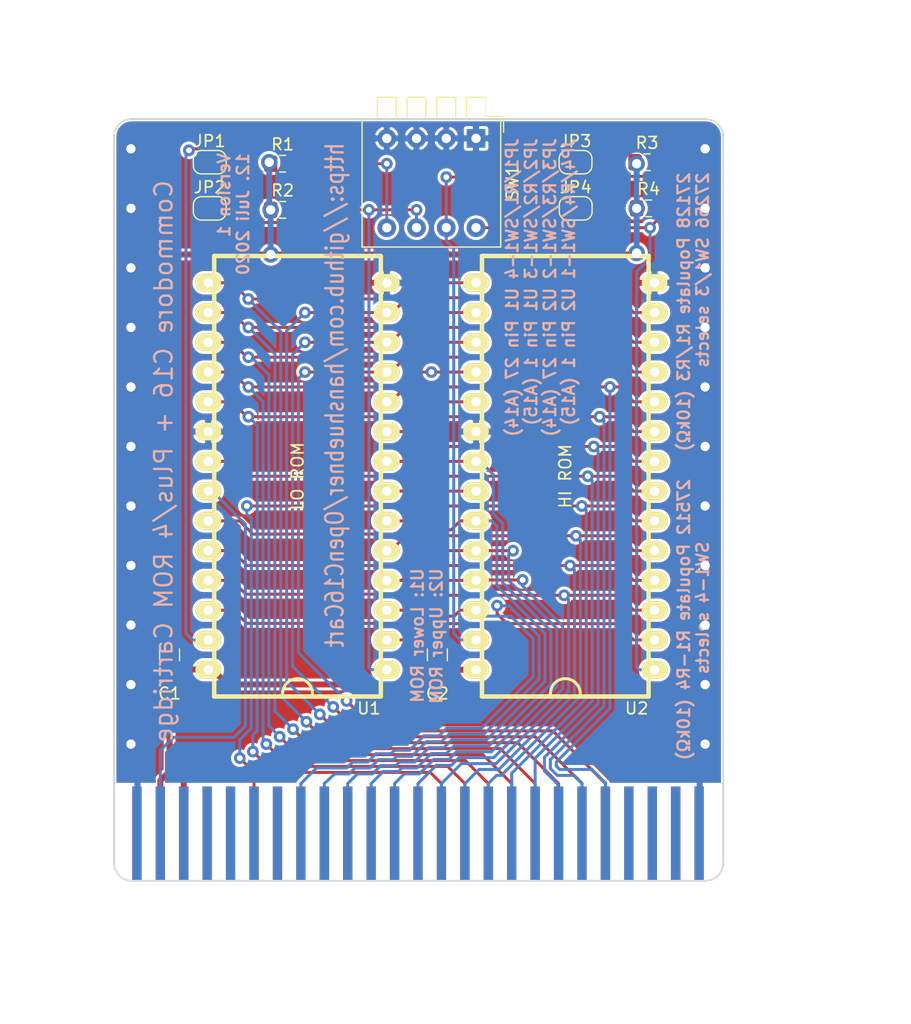
<source format=kicad_pcb>
(kicad_pcb (version 20171130) (host pcbnew "(5.1.5-0-10_14)")
  (title_block (title "Open Commodore 16/Plus4 Cartridge") (date 2018-01-07) (rev 3) (company SukkoPera) (comment 1 http://www.zimmers.net/anonftp/pub/cbm/schematics/computers/plus4/Plus_4_Technical_Docs.pdf) (comment 2 https://github.com/SukkoPera/OpenC16Cart))
  (layers (0 F.Cu signal) (31 B.Cu signal) (36 B.SilkS user) (37 F.SilkS user) (38 B.Mask user) (39 F.Mask user) (44 Edge.Cuts user))
  (net 0 "")
  (net 1 GND)
  (net 2 VCC)
  (net 3 /d7)
  (net 4 /d6)
  (net 5 /d4)
  (net 6 /d5)
  (net 7 /d3)
  (net 8 /d2)
  (net 9 /d1)
  (net 10 /d0)
  (net 11 /a10)
  (net 12 /a9)
  (net 13 /a8)
  (net 14 /a7)
  (net 15 /a6)
  (net 16 /a5)
  (net 17 /a4)
  (net 18 /a3)
  (net 19 /a2)
  (net 20 /a1)
  (net 21 /a0)
  (net 22 /a12)
  (net 23 /a11)
  (net 24 /a13)
  (net 25 "Net-(J5-PadB)")
  (net 26 "Net-(J5-Pad6)")
  (net 27 "Net-(J5-PadBB)")
  (net 28 "Net-(J5-PadAA)")
  (net 29 "Net-(J5-PadZ)")
  (net 30 "Net-(J5-PadH)")
  (net 31 "Net-(J5-PadF)")
  (net 32 "Net-(J5-PadE)")
  (net 33 "Net-(J5-PadD)")
  (net 34 "Net-(J5-PadC)")
  (net 35 "Net-(J5-Pad24)")
  (net 36 "Net-(J5-Pad23)")
  (net 37 "Net-(J5-Pad5)")
  (net 38 "Net-(J5-Pad4)")
  (net 39 "Net-(J5-Pad22)")
  (net 40 "Net-(J5-Pad13)")
  (net 41 "Net-(J5-Pad12)")
  (net 42 "Net-(J5-Pad11)")
  (net 43 "Net-(J5-Pad10)")
  (net 44 "Net-(J5-Pad9)")
  (net 45 "Net-(J5-Pad8)")
  (net 46 "Net-(J5-Pad7)")
  (net 47 U1-A14)
  (net 48 U1-A15)
  (net 49 U2-A14)
  (net 50 U2-A15)
  (module OpenC16Cart:C16_Cart_Conn (layer F.Cu) (at 147.447 124.46)
    (fp_text reference J5 hide)
    (fp_text value C16-Exp-Port hide)
    (pad CC smd rect (at 24 0) (size 0.8 8) (layers B.Cu) (net 1 GND))
    (pad BB smd rect (at 22 0) (size 0.8 8) (layers B.Cu) (net 27 "Net-(J5-PadBB)"))
    (pad AA smd rect (at 20 0) (size 0.8 8) (layers B.Cu) (net 28 "Net-(J5-PadAA)"))
    (pad Z smd rect (at 18 0) (size 0.8 8) (layers B.Cu) (net 29 "Net-(J5-PadZ)"))
    (pad Y smd rect (at 16 0) (size 0.8 8) (layers B.Cu) (net 21 /a0))
    (pad X smd rect (at 14 0) (size 0.8 8) (layers B.Cu) (net 20 /a1))
    (pad W smd rect (at 12 0) (size 0.8 8) (layers B.Cu) (net 19 /a2))
    (pad V smd rect (at 10 0) (size 0.8 8) (layers B.Cu) (net 18 /a3))
    (pad U smd rect (at 8 0) (size 0.8 8) (layers B.Cu) (net 17 /a4))
    (pad T smd rect (at 6 0) (size 0.8 8) (layers B.Cu) (net 16 /a5))
    (pad S smd rect (at 4 0) (size 0.8 8) (layers B.Cu) (net 15 /a6))
    (pad R smd rect (at 2 0) (size 0.8 8) (layers B.Cu) (net 14 /a7))
    (pad P smd rect (at 0 0) (size 0.8 8) (layers B.Cu) (net 13 /a8))
    (pad N smd rect (at -2 0) (size 0.8 8) (layers B.Cu) (net 12 /a9))
    (pad M smd rect (at -4 0) (size 0.8 8) (layers B.Cu) (net 11 /a10))
    (pad L smd rect (at -6 0) (size 0.8 8) (layers B.Cu) (net 23 /a11))
    (pad K smd rect (at -8 0) (size 0.8 8) (layers B.Cu) (net 22 /a12))
    (pad J smd rect (at -10 0) (size 0.8 8) (layers B.Cu) (net 24 /a13))
    (pad H smd rect (at -12 0) (size 0.8 8) (layers B.Cu) (net 30 "Net-(J5-PadH)"))
    (pad F smd rect (at -14 0) (size 0.8 8) (layers B.Cu) (net 31 "Net-(J5-PadF)"))
    (pad E smd rect (at -16 0) (size 0.8 8) (layers B.Cu) (net 32 "Net-(J5-PadE)"))
    (pad D smd rect (at -18 0) (size 0.8 8) (layers B.Cu) (net 33 "Net-(J5-PadD)"))
    (pad C smd rect (at -20 0) (size 0.8 8) (layers B.Cu) (net 34 "Net-(J5-PadC)"))
    (pad A smd rect (at -24 0) (size 0.8 8) (layers B.Cu) (net 1 GND))
    (pad B smd rect (at -22 0) (size 0.8 8) (layers B.Cu) (net 25 "Net-(J5-PadB)"))
    (pad 24 smd rect (at 22 0) (size 0.8 8) (layers F.Cu) (net 35 "Net-(J5-Pad24)"))
    (pad 23 smd rect (at 20 0) (size 0.8 8) (layers F.Cu) (net 36 "Net-(J5-Pad23)"))
    (pad 5 smd rect (at -16 0) (size 0.8 8) (layers F.Cu) (net 37 "Net-(J5-Pad5)"))
    (pad 4 smd rect (at -18 0) (size 0.8 8) (layers F.Cu) (net 38 "Net-(J5-Pad4)"))
    (pad 1 smd rect (at -24 0) (size 0.8 8) (layers F.Cu) (net 1 GND))
    (pad 22 smd rect (at 18 0) (size 0.8 8) (layers F.Cu) (net 39 "Net-(J5-Pad22)"))
    (pad 25 smd rect (at 24 0) (size 0.8 8) (layers F.Cu) (net 1 GND))
    (pad 21 smd rect (at 16 0) (size 0.8 8) (layers F.Cu) (net 10 /d0))
    (pad 20 smd rect (at 14 0) (size 0.8 8) (layers F.Cu) (net 9 /d1))
    (pad 19 smd rect (at 12 0) (size 0.8 8) (layers F.Cu) (net 8 /d2))
    (pad 18 smd rect (at 10 0) (size 0.8 8) (layers F.Cu) (net 7 /d3))
    (pad 16 smd rect (at 6 0) (size 0.8 8) (layers F.Cu) (net 6 /d5))
    (pad 17 smd rect (at 8 0) (size 0.8 8) (layers F.Cu) (net 5 /d4))
    (pad 15 smd rect (at 4 0) (size 0.8 8) (layers F.Cu) (net 4 /d6))
    (pad 14 smd rect (at 2 0) (size 0.8 8) (layers F.Cu) (net 3 /d7))
    (pad 13 smd rect (at 0 0) (size 0.8 8) (layers F.Cu) (net 40 "Net-(J5-Pad13)"))
    (pad 2 smd rect (at -22 0) (size 0.8 8) (layers F.Cu) (net 2 VCC))
    (pad 12 smd rect (at -2 0) (size 0.8 8) (layers F.Cu) (net 41 "Net-(J5-Pad12)"))
    (pad 11 smd rect (at -4 0) (size 0.8 8) (layers F.Cu) (net 42 "Net-(J5-Pad11)"))
    (pad 10 smd rect (at -6 0) (size 0.8 8) (layers F.Cu) (net 43 "Net-(J5-Pad10)"))
    (pad 9 smd rect (at -8 0) (size 0.8 8) (layers F.Cu) (net 44 "Net-(J5-Pad9)"))
    (pad 8 smd rect (at -10 0) (size 0.8 8) (layers F.Cu) (net 45 "Net-(J5-Pad8)"))
    (pad 7 smd rect (at -12 0) (size 0.8 8) (layers F.Cu) (net 46 "Net-(J5-Pad7)"))
    (pad 3 smd rect (at -20 0) (size 0.8 8) (layers F.Cu) (net 2 VCC))
    (pad 6 smd rect (at -14 0) (size 0.8 8) (layers F.Cu) (net 26 "Net-(J5-Pad6)"))
  )
  (module Button_Switch_THT:SW_DIP_SPSTx04_Piano_10.8x11.72mm_W7.62mm_P2.54mm (layer F.Cu) (at 152.4 65.151 270)
    (fp_text reference SW1 (at 3.81 -3.11 90) (layer F.SilkS))
    (fp_text value SW_DIP_x04)
    (pad 8 thru_hole oval (at 7.62 0 270) (size 1.6 1.6) (drill 0.8) (layers *.Cu *.Mask) (net 50 U2-A15))
    (pad 4 thru_hole oval (at 0 7.62 270) (size 1.6 1.6) (drill 0.8) (layers *.Cu *.Mask) (net 1 GND))
    (pad 7 thru_hole oval (at 7.62 2.54 270) (size 1.6 1.6) (drill 0.8) (layers *.Cu *.Mask) (net 49 U2-A14))
    (pad 3 thru_hole oval (at 0 5.08 270) (size 1.6 1.6) (drill 0.8) (layers *.Cu *.Mask) (net 1 GND))
    (pad 6 thru_hole oval (at 7.62 5.08 270) (size 1.6 1.6) (drill 0.8) (layers *.Cu *.Mask) (net 48 U1-A15))
    (pad 2 thru_hole oval (at 0 2.54 270) (size 1.6 1.6) (drill 0.8) (layers *.Cu *.Mask) (net 1 GND))
    (pad 5 thru_hole oval (at 7.62 7.62 270) (size 1.6 1.6) (drill 0.8) (layers *.Cu *.Mask) (net 47 U1-A14))
    (pad 1 thru_hole rect (at 0 0 270) (size 1.6 1.6) (drill 0.8) (layers *.Cu *.Mask) (net 1 GND))
  )
  (module Jumper:SolderJumper-2_P1.3mm_Open_RoundedPad1.0x1.5mm (layer F.Cu) (at 129.667 67.183)
    (fp_text reference JP1 (at 0 -1.8) (layer F.SilkS))
    (fp_text value "U1 A14/~PGM" hide)
    (pad 2 smd custom (at 0.65 0) (size 1 0.5) (layers F.Cu F.Mask) (net 47 U1-A14) (options (clearance outline) (anchor rect)) (primitives (gr_circle (center 0 0.25) (end 0.5 0.25) (width 0)) (gr_circle (center 0 -0.25) (end 0.5 -0.25) (width 0)) (gr_poly (pts (xy 0 -0.75) (xy -0.5 -0.75) (xy -0.5 0.75) (xy 0 0.75)) (width 0))))
    (pad 1 smd custom (at -0.65 0) (size 1 0.5) (layers F.Cu F.Mask) (net 1 GND) (options (clearance outline) (anchor rect)) (primitives (gr_circle (center 0 0.25) (end 0.5 0.25) (width 0)) (gr_circle (center 0 -0.25) (end 0.5 -0.25) (width 0)) (gr_poly (pts (xy 0 -0.75) (xy 0.5 -0.75) (xy 0.5 0.75) (xy 0 0.75)) (width 0))))
  )
  (module Jumper:SolderJumper-2_P1.3mm_Open_RoundedPad1.0x1.5mm (layer F.Cu) (at 129.667 71.12)
    (fp_text reference JP2 (at 0 -1.8) (layer F.SilkS))
    (fp_text value "U1 A15/VPP" hide)
    (pad 2 smd custom (at 0.65 0) (size 1 0.5) (layers F.Cu F.Mask) (net 48 U1-A15) (options (clearance outline) (anchor rect)) (primitives (gr_circle (center 0 0.25) (end 0.5 0.25) (width 0)) (gr_circle (center 0 -0.25) (end 0.5 -0.25) (width 0)) (gr_poly (pts (xy 0 -0.75) (xy -0.5 -0.75) (xy -0.5 0.75) (xy 0 0.75)) (width 0))))
    (pad 1 smd custom (at -0.65 0) (size 1 0.5) (layers F.Cu F.Mask) (net 1 GND) (options (clearance outline) (anchor rect)) (primitives (gr_circle (center 0 0.25) (end 0.5 0.25) (width 0)) (gr_circle (center 0 -0.25) (end 0.5 -0.25) (width 0)) (gr_poly (pts (xy 0 -0.75) (xy 0.5 -0.75) (xy 0.5 0.75) (xy 0 0.75)) (width 0))))
  )
  (module Jumper:SolderJumper-2_P1.3mm_Open_RoundedPad1.0x1.5mm (layer F.Cu) (at 160.894 67.183)
    (fp_text reference JP3 (at 0 -1.8) (layer F.SilkS))
    (fp_text value "U2 A14/~PGM" hide)
    (pad 2 smd custom (at 0.65 0) (size 1 0.5) (layers F.Cu F.Mask) (net 49 U2-A14) (options (clearance outline) (anchor rect)) (primitives (gr_circle (center 0 0.25) (end 0.5 0.25) (width 0)) (gr_circle (center 0 -0.25) (end 0.5 -0.25) (width 0)) (gr_poly (pts (xy 0 -0.75) (xy -0.5 -0.75) (xy -0.5 0.75) (xy 0 0.75)) (width 0))))
    (pad 1 smd custom (at -0.65 0) (size 1 0.5) (layers F.Cu F.Mask) (net 1 GND) (options (clearance outline) (anchor rect)) (primitives (gr_circle (center 0 0.25) (end 0.5 0.25) (width 0)) (gr_circle (center 0 -0.25) (end 0.5 -0.25) (width 0)) (gr_poly (pts (xy 0 -0.75) (xy 0.5 -0.75) (xy 0.5 0.75) (xy 0 0.75)) (width 0))))
  )
  (module Jumper:SolderJumper-2_P1.3mm_Open_RoundedPad1.0x1.5mm (layer F.Cu) (at 160.909 71.12)
    (fp_text reference JP4 (at 0 -1.8) (layer F.SilkS))
    (fp_text value "U2 A15/VPP" hide)
    (pad 2 smd custom (at 0.65 0) (size 1 0.5) (layers F.Cu F.Mask) (net 50 U2-A15) (options (clearance outline) (anchor rect)) (primitives (gr_circle (center 0 0.25) (end 0.5 0.25) (width 0)) (gr_circle (center 0 -0.25) (end 0.5 -0.25) (width 0)) (gr_poly (pts (xy 0 -0.75) (xy -0.5 -0.75) (xy -0.5 0.75) (xy 0 0.75)) (width 0))))
    (pad 1 smd custom (at -0.65 0) (size 1 0.5) (layers F.Cu F.Mask) (net 1 GND) (options (clearance outline) (anchor rect)) (primitives (gr_circle (center 0 0.25) (end 0.5 0.25) (width 0)) (gr_circle (center 0 -0.25) (end 0.5 -0.25) (width 0)) (gr_poly (pts (xy 0 -0.75) (xy 0.5 -0.75) (xy 0.5 0.75) (xy 0 0.75)) (width 0))))
  )
  (module Resistor_SMD:R_0805_2012Metric_Pad1.15x1.40mm_HandSolder (layer F.Cu) (at 135.89 67.31)
    (fp_text reference R1 (at 0 -1.65) (layer F.SilkS))
    (fp_text value 10kΩ hide)
    (pad 2 smd roundrect (at 1.025 0) (size 1.15 1.4) (layers F.Cu F.Paste F.Mask) (roundrect_rratio 0.217391) (net 47 U1-A14))
    (pad 1 smd roundrect (at -1.025 0) (size 1.15 1.4) (layers F.Cu F.Paste F.Mask) (roundrect_rratio 0.217391) (net 2 VCC))
  )
  (module Resistor_SMD:R_0805_2012Metric_Pad1.15x1.40mm_HandSolder (layer F.Cu) (at 135.89 71.247)
    (fp_text reference R2 (at 0 -1.65) (layer F.SilkS))
    (fp_text value 10kΩ hide)
    (pad 2 smd roundrect (at 1.025 0) (size 1.15 1.4) (layers F.Cu F.Paste F.Mask) (roundrect_rratio 0.217391) (net 48 U1-A15))
    (pad 1 smd roundrect (at -1.025 0) (size 1.15 1.4) (layers F.Cu F.Paste F.Mask) (roundrect_rratio 0.217391) (net 2 VCC))
  )
  (module Resistor_SMD:R_0805_2012Metric_Pad1.15x1.40mm_HandSolder (layer F.Cu) (at 167.005 67.183)
    (fp_text reference R3 (at 0 -1.65) (layer F.SilkS))
    (fp_text value 10kΩ hide)
    (pad 2 smd roundrect (at 1.025 0) (size 1.15 1.4) (layers F.Cu F.Paste F.Mask) (roundrect_rratio 0.217391) (net 49 U2-A14))
    (pad 1 smd roundrect (at -1.025 0) (size 1.15 1.4) (layers F.Cu F.Paste F.Mask) (roundrect_rratio 0.217391) (net 2 VCC))
  )
  (module Resistor_SMD:R_0805_2012Metric_Pad1.15x1.40mm_HandSolder (layer F.Cu) (at 167.132 71.12)
    (fp_text reference R4 (at 0 -1.65) (layer F.SilkS))
    (fp_text value 10kΩ hide)
    (pad 2 smd roundrect (at 1.025 0) (size 1.15 1.4) (layers F.Cu F.Paste F.Mask) (roundrect_rratio 0.217391) (net 50 U2-A15))
    (pad 1 smd roundrect (at -1.025 0) (size 1.15 1.4) (layers F.Cu F.Paste F.Mask) (roundrect_rratio 0.217391) (net 2 VCC))
  )
  (module Capacitors_SMD:C_0805_HandSoldering (layer F.Cu) (at 126.238 109.22 270)
    (fp_text reference C1 (at 3.302 0) (layer F.SilkS))
    (fp_text value C hide)
    (pad 1 smd rect (at -1.25 0 270) (size 1.5 1.25) (layers F.Cu F.Mask) (net 1 GND))
    (pad 2 smd rect (at 1.25 0 270) (size 1.5 1.25) (layers F.Cu F.Mask) (net 2 VCC))
  )
  (module Capacitors_SMD:C_0805_HandSoldering (layer F.Cu) (at 149.098 109.22 270)
    (fp_text reference C2 (at 3.302 0) (layer F.SilkS))
    (fp_text value C hide)
    (pad 1 smd rect (at -1.25 0 270) (size 1.5 1.25) (layers F.Cu F.Mask) (net 1 GND))
    (pad 2 smd rect (at 1.25 0 270) (size 1.5 1.25) (layers F.Cu F.Mask) (net 2 VCC))
  )
  (module OpenC16Cart:dil_28-600_socket_ThinSilkS (layer F.Cu) (at 137.16 93.98 90)
    (fp_text reference U1 (at -19.812 6.096 180) (layer F.SilkS))
    (fp_text value "LO ROM" hide)
    (pad 1 thru_hole oval (at -16.51 7.62 90) (size 1.50114 2.19964) (drill 0.8001) (layers *.Cu *.Mask F.SilkS) (net 48 U1-A15))
    (pad 2 thru_hole oval (at -13.97 7.62 90) (size 1.50114 2.19964) (drill 0.8001) (layers *.Cu *.Mask F.SilkS) (net 22 /a12))
    (pad 3 thru_hole oval (at -11.43 7.62 90) (size 1.50114 2.19964) (drill 0.8001) (layers *.Cu *.Mask F.SilkS) (net 14 /a7))
    (pad 4 thru_hole oval (at -8.89 7.62 90) (size 1.50114 2.19964) (drill 0.8001) (layers *.Cu *.Mask F.SilkS) (net 15 /a6))
    (pad 5 thru_hole oval (at -6.35 7.62 90) (size 1.50114 2.19964) (drill 0.8001) (layers *.Cu *.Mask F.SilkS) (net 16 /a5))
    (pad 6 thru_hole oval (at -3.81 7.62 90) (size 1.50114 2.19964) (drill 0.8001) (layers *.Cu *.Mask F.SilkS) (net 17 /a4))
    (pad 7 thru_hole oval (at -1.27 7.62 90) (size 1.50114 2.19964) (drill 0.8001) (layers *.Cu *.Mask F.SilkS) (net 18 /a3))
    (pad 8 thru_hole oval (at 1.27 7.62 90) (size 1.50114 2.19964) (drill 0.8001) (layers *.Cu *.Mask F.SilkS) (net 19 /a2))
    (pad 9 thru_hole oval (at 3.81 7.62 90) (size 1.50114 2.19964) (drill 0.8001) (layers *.Cu *.Mask F.SilkS) (net 20 /a1))
    (pad 10 thru_hole oval (at 6.35 7.62 90) (size 1.50114 2.19964) (drill 0.8001) (layers *.Cu *.Mask F.SilkS) (net 21 /a0))
    (pad 11 thru_hole oval (at 8.89 7.62 90) (size 1.50114 2.19964) (drill 0.8001) (layers *.Cu *.Mask F.SilkS) (net 10 /d0))
    (pad 12 thru_hole oval (at 11.43 7.62 90) (size 1.50114 2.19964) (drill 0.8001) (layers *.Cu *.Mask F.SilkS) (net 9 /d1))
    (pad 13 thru_hole oval (at 13.97 7.62 90) (size 1.50114 2.19964) (drill 0.8001) (layers *.Cu *.Mask F.SilkS) (net 8 /d2))
    (pad 14 thru_hole oval (at 16.51 7.62 90) (size 1.50114 2.19964) (drill 0.8001) (layers *.Cu *.Mask F.SilkS) (net 1 GND))
    (pad 15 thru_hole oval (at 16.51 -7.62 90) (size 1.50114 2.19964) (drill 0.8001) (layers *.Cu *.Mask F.SilkS) (net 7 /d3))
    (pad 16 thru_hole oval (at 13.97 -7.62 90) (size 1.50114 2.19964) (drill 0.8001) (layers *.Cu *.Mask F.SilkS) (net 5 /d4))
    (pad 17 thru_hole oval (at 11.43 -7.62 90) (size 1.50114 2.19964) (drill 0.8001) (layers *.Cu *.Mask F.SilkS) (net 6 /d5))
    (pad 18 thru_hole oval (at 8.89 -7.62 90) (size 1.50114 2.19964) (drill 0.8001) (layers *.Cu *.Mask F.SilkS) (net 4 /d6))
    (pad 19 thru_hole oval (at 6.35 -7.62 90) (size 1.50114 2.19964) (drill 0.8001) (layers *.Cu *.Mask F.SilkS) (net 3 /d7))
    (pad 20 thru_hole oval (at 3.81 -7.62 90) (size 1.50114 2.19964) (drill 0.8001) (layers *.Cu *.Mask F.SilkS) (net 1 GND))
    (pad 21 thru_hole oval (at 1.27 -7.62 90) (size 1.50114 2.19964) (drill 0.8001) (layers *.Cu *.Mask F.SilkS) (net 11 /a10))
    (pad 22 thru_hole oval (at -1.27 -7.62 90) (size 1.50114 2.19964) (drill 0.8001) (layers *.Cu *.Mask F.SilkS) (net 25 "Net-(J5-PadB)"))
    (pad 23 thru_hole oval (at -3.81 -7.62 90) (size 1.50114 2.19964) (drill 0.8001) (layers *.Cu *.Mask F.SilkS) (net 23 /a11))
    (pad 24 thru_hole oval (at -6.35 -7.62 90) (size 1.50114 2.19964) (drill 0.8001) (layers *.Cu *.Mask F.SilkS) (net 12 /a9))
    (pad 25 thru_hole oval (at -8.89 -7.62 90) (size 1.50114 2.19964) (drill 0.8001) (layers *.Cu *.Mask F.SilkS) (net 13 /a8))
    (pad 26 thru_hole oval (at -11.43 -7.62 90) (size 1.50114 2.19964) (drill 0.8001) (layers *.Cu *.Mask F.SilkS) (net 24 /a13))
    (pad 27 thru_hole oval (at -13.97 -7.62 90) (size 1.50114 2.19964) (drill 0.8001) (layers *.Cu *.Mask F.SilkS) (net 47 U1-A14))
    (pad 28 thru_hole oval (at -16.51 -7.62 90) (size 1.50114 2.19964) (drill 0.8001) (layers *.Cu *.Mask F.SilkS) (net 2 VCC))
  )
  (module OpenC16Cart:dil_28-600_socket_ThinSilkS (layer F.Cu) (at 160.02 93.98 90)
    (fp_text reference U2 (at -19.812 6.096 180) (layer F.SilkS))
    (fp_text value "HI ROM" hide)
    (pad 1 thru_hole oval (at -16.51 7.62 90) (size 1.50114 2.19964) (drill 0.8001) (layers *.Cu *.Mask F.SilkS) (net 50 U2-A15))
    (pad 2 thru_hole oval (at -13.97 7.62 90) (size 1.50114 2.19964) (drill 0.8001) (layers *.Cu *.Mask F.SilkS) (net 22 /a12))
    (pad 3 thru_hole oval (at -11.43 7.62 90) (size 1.50114 2.19964) (drill 0.8001) (layers *.Cu *.Mask F.SilkS) (net 14 /a7))
    (pad 4 thru_hole oval (at -8.89 7.62 90) (size 1.50114 2.19964) (drill 0.8001) (layers *.Cu *.Mask F.SilkS) (net 15 /a6))
    (pad 5 thru_hole oval (at -6.35 7.62 90) (size 1.50114 2.19964) (drill 0.8001) (layers *.Cu *.Mask F.SilkS) (net 16 /a5))
    (pad 6 thru_hole oval (at -3.81 7.62 90) (size 1.50114 2.19964) (drill 0.8001) (layers *.Cu *.Mask F.SilkS) (net 17 /a4))
    (pad 7 thru_hole oval (at -1.27 7.62 90) (size 1.50114 2.19964) (drill 0.8001) (layers *.Cu *.Mask F.SilkS) (net 18 /a3))
    (pad 8 thru_hole oval (at 1.27 7.62 90) (size 1.50114 2.19964) (drill 0.8001) (layers *.Cu *.Mask F.SilkS) (net 19 /a2))
    (pad 9 thru_hole oval (at 3.81 7.62 90) (size 1.50114 2.19964) (drill 0.8001) (layers *.Cu *.Mask F.SilkS) (net 20 /a1))
    (pad 10 thru_hole oval (at 6.35 7.62 90) (size 1.50114 2.19964) (drill 0.8001) (layers *.Cu *.Mask F.SilkS) (net 21 /a0))
    (pad 11 thru_hole oval (at 8.89 7.62 90) (size 1.50114 2.19964) (drill 0.8001) (layers *.Cu *.Mask F.SilkS) (net 10 /d0))
    (pad 12 thru_hole oval (at 11.43 7.62 90) (size 1.50114 2.19964) (drill 0.8001) (layers *.Cu *.Mask F.SilkS) (net 9 /d1))
    (pad 13 thru_hole oval (at 13.97 7.62 90) (size 1.50114 2.19964) (drill 0.8001) (layers *.Cu *.Mask F.SilkS) (net 8 /d2))
    (pad 14 thru_hole oval (at 16.51 7.62 90) (size 1.50114 2.19964) (drill 0.8001) (layers *.Cu *.Mask F.SilkS) (net 1 GND))
    (pad 15 thru_hole oval (at 16.51 -7.62 90) (size 1.50114 2.19964) (drill 0.8001) (layers *.Cu *.Mask F.SilkS) (net 7 /d3))
    (pad 16 thru_hole oval (at 13.97 -7.62 90) (size 1.50114 2.19964) (drill 0.8001) (layers *.Cu *.Mask F.SilkS) (net 5 /d4))
    (pad 17 thru_hole oval (at 11.43 -7.62 90) (size 1.50114 2.19964) (drill 0.8001) (layers *.Cu *.Mask F.SilkS) (net 6 /d5))
    (pad 18 thru_hole oval (at 8.89 -7.62 90) (size 1.50114 2.19964) (drill 0.8001) (layers *.Cu *.Mask F.SilkS) (net 4 /d6))
    (pad 19 thru_hole oval (at 6.35 -7.62 90) (size 1.50114 2.19964) (drill 0.8001) (layers *.Cu *.Mask F.SilkS) (net 3 /d7))
    (pad 20 thru_hole oval (at 3.81 -7.62 90) (size 1.50114 2.19964) (drill 0.8001) (layers *.Cu *.Mask F.SilkS) (net 1 GND))
    (pad 21 thru_hole oval (at 1.27 -7.62 90) (size 1.50114 2.19964) (drill 0.8001) (layers *.Cu *.Mask F.SilkS) (net 11 /a10))
    (pad 22 thru_hole oval (at -1.27 -7.62 90) (size 1.50114 2.19964) (drill 0.8001) (layers *.Cu *.Mask F.SilkS) (net 26 "Net-(J5-Pad6)"))
    (pad 23 thru_hole oval (at -3.81 -7.62 90) (size 1.50114 2.19964) (drill 0.8001) (layers *.Cu *.Mask F.SilkS) (net 23 /a11))
    (pad 24 thru_hole oval (at -6.35 -7.62 90) (size 1.50114 2.19964) (drill 0.8001) (layers *.Cu *.Mask F.SilkS) (net 12 /a9))
    (pad 25 thru_hole oval (at -8.89 -7.62 90) (size 1.50114 2.19964) (drill 0.8001) (layers *.Cu *.Mask F.SilkS) (net 13 /a8))
    (pad 26 thru_hole oval (at -11.43 -7.62 90) (size 1.50114 2.19964) (drill 0.8001) (layers *.Cu *.Mask F.SilkS) (net 24 /a13))
    (pad 27 thru_hole oval (at -13.97 -7.62 90) (size 1.50114 2.19964) (drill 0.8001) (layers *.Cu *.Mask F.SilkS) (net 49 U2-A14))
    (pad 28 thru_hole oval (at -16.51 -7.62 90) (size 1.50114 2.19964) (drill 0.8001) (layers *.Cu *.Mask F.SilkS) (net 2 VCC))
  )
  (gr_text "Version 1\n12. Juli 2020" (at 131.699 66.294 90) (layer B.SilkS) (effects (font (size 1 1) (thickness 0.2)) (justify left mirror)))
  (gr_text "U1: Lower ROM\nU2: Upper ROM" (at 148.209 101.727 90) (layer B.SilkS) (effects (font (size 1 1) (thickness 0.2)) (justify left mirror)))
  (gr_text "27512 Populate R1-R4 (10kΩ)\n       SW1-4 selects" (at 170.942 94.107 90) (layer B.SilkS) (effects (font (size 1 1) (thickness 0.2)) (justify left mirror)))
  (gr_text "Commodore C16 + Plus/4 ROM Cartridge" (at 125.73 68.58 90) (layer B.SilkS) (effects (font (size 1.5 1.5) (thickness 0.2)) (justify left mirror)))
  (gr_text "27128 Populate R1/R3 (10kΩ)\n27256 SW1/3 selects\n" (at 170.942 67.945 90) (layer B.SilkS) (effects (font (size 1 1) (thickness 0.2)) (justify left mirror)))
  (gr_text "\nJP1/R1/SW1-4 U1 Pin 27 (A14)\nJP2/R2/SW1-3 U1 Pin 1 (A15)\nJP3/R3/SW1-2 U2 Pin 27 (A14)\nJP4/R4/SW1-1 U2 Pin 1 (A15)\n" (at 157.099 65.024 90) (layer B.SilkS) (effects (font (size 1 1) (thickness 0.2)) (justify left mirror)))
  (gr_arc (start 172 65) (end 172 63.5) (angle 90) (layer Edge.Cuts) (width 0.15))
  (gr_arc (start 123 65) (end 121.5 65) (angle 90) (layer Edge.Cuts) (width 0.15))
  (gr_text "HI ROM" (at 160.02 93.98 90) (layer F.SilkS) (effects (font (size 1 1))))
  (gr_text "LO ROM" (at 137.16 93.98 90) (layer F.SilkS) (effects (font (size 1 1))))
  (gr_arc (start 172 127) (end 173.5 127) (angle 90) (layer Edge.Cuts) (width 0.15))
  (gr_arc (start 123 127) (end 123 128.5) (angle 90) (layer Edge.Cuts) (width 0.15))
  (gr_text "https://github.com/hanshuebner/OpenC16Cart\n" (at 140.335 65.405 90) (layer B.SilkS) (effects (font (size 1.5 1.2) (thickness 0.2)) (justify left mirror)))
  (gr_line (start 121.5 65) (end 121.5 127) (layer Edge.Cuts) (width 0.15))
  (gr_line (start 172 63.5) (end 123 63.5) (layer Edge.Cuts) (width 0.15))
  (gr_line (start 173.5 127) (end 173.5 65) (layer Edge.Cuts) (width 0.15))
  (gr_line (start 123 128.5) (end 172 128.5) (layer Edge.Cuts) (width 0.15))
  (segment (start 123.5 124.5) (end 123.5 119.578) (width 0.508) (layer B.Cu) (net 1))
  (segment (start 123.5 119.578) (end 122.936 119.014) (width 0.508) (layer B.Cu) (net 1))
  (segment (start 171.5 124.5) (end 171.5 117.298) (width 0.508) (layer B.Cu) (net 1))
  (segment (start 171.5 117.298) (end 171.958 116.84) (width 0.508) (layer B.Cu) (net 1))
  (segment (start 171.5 124.5) (end 171.5 117.298) (width 0.508) (layer F.Cu) (net 1))
  (segment (start 171.5 117.298) (end 171.958 116.84) (width 0.508) (layer F.Cu) (net 1))
  (segment (start 123.5 124.5) (end 123.5 119.578) (width 0.508) (layer F.Cu) (net 1))
  (segment (start 123.5 119.578) (end 122.936 119.014) (width 0.508) (layer F.Cu) (net 1))
  (segment (start 122.936 116.84) (end 122.936 119.014) (width 0.508) (layer B.Cu) (net 1))
  (segment (start 122.936 116.84) (end 122.936 119.014) (width 0.508) (layer F.Cu) (net 1))
  (segment (start 122.925 116.851) (end 122.936 116.84) (width 0.508) (layer F.Cu) (net 1))
  (segment (start 171.969 116.851) (end 171.958 116.84) (width 0.508) (layer F.Cu) (net 1))
  (segment (start 171.958 71.12) (end 171.958 66.04) (width 0.508) (layer B.Cu) (net 1))
  (via (at 171.958 66.04) (size 1.4) (drill 0.8) (layers F.Cu B.Cu) (net 1))
  (segment (start 171.958 76.2) (end 171.958 71.12) (width 0.508) (layer F.Cu) (net 1))
  (via (at 171.958 71.12) (size 1.4) (drill 0.8) (layers F.Cu B.Cu) (net 1))
  (segment (start 171.958 81.28) (end 171.958 76.2) (width 0.508) (layer B.Cu) (net 1))
  (via (at 171.958 76.2) (size 1.4) (drill 0.8) (layers F.Cu B.Cu) (net 1))
  (segment (start 171.958 86.36) (end 171.958 81.28) (width 0.508) (layer F.Cu) (net 1))
  (via (at 171.958 81.28) (size 1.4) (drill 0.8) (layers F.Cu B.Cu) (net 1))
  (segment (start 171.958 91.44) (end 171.958 86.36) (width 0.508) (layer B.Cu) (net 1))
  (via (at 171.958 86.36) (size 1.4) (drill 0.8) (layers F.Cu B.Cu) (net 1))
  (segment (start 171.958 96.52) (end 171.958 91.44) (width 0.508) (layer F.Cu) (net 1))
  (via (at 171.958 91.44) (size 1.4) (drill 0.8) (layers F.Cu B.Cu) (net 1))
  (segment (start 171.958 101.6) (end 171.958 96.52) (width 0.508) (layer B.Cu) (net 1))
  (via (at 171.958 96.52) (size 1.4) (drill 0.8) (layers F.Cu B.Cu) (net 1))
  (segment (start 171.958 106.68) (end 171.958 101.6) (width 0.508) (layer F.Cu) (net 1))
  (via (at 171.958 101.6) (size 1.4) (drill 0.8) (layers F.Cu B.Cu) (net 1))
  (segment (start 171.958 111.76) (end 171.958 106.68) (width 0.508) (layer B.Cu) (net 1))
  (via (at 171.958 106.68) (size 1.4) (drill 0.8) (layers F.Cu B.Cu) (net 1))
  (via (at 171.958 111.76) (size 1.4) (drill 0.8) (layers F.Cu B.Cu) (net 1))
  (segment (start 171.958 116.84) (end 171.958 111.76) (width 0.508) (layer F.Cu) (net 1))
  (via (at 171.958 116.84) (size 1.4) (drill 0.8) (layers F.Cu B.Cu) (net 1))
  (segment (start 171.969 116.851) (end 171.958 116.84) (width 0.508) (layer B.Cu) (net 1))
  (segment (start 122.936 71.12) (end 122.936 66.04) (width 0.508) (layer F.Cu) (net 1))
  (via (at 122.936 66.04) (size 1.4) (drill 0.8) (layers F.Cu B.Cu) (net 1))
  (segment (start 122.936 76.2) (end 122.936 71.12) (width 0.508) (layer B.Cu) (net 1))
  (via (at 122.936 71.12) (size 1.4) (drill 0.8) (layers F.Cu B.Cu) (net 1))
  (segment (start 122.936 81.28) (end 122.936 76.2) (width 0.508) (layer F.Cu) (net 1))
  (via (at 122.936 76.2) (size 1.4) (drill 0.8) (layers F.Cu B.Cu) (net 1))
  (segment (start 122.936 86.36) (end 122.936 81.28) (width 0.508) (layer B.Cu) (net 1))
  (via (at 122.936 81.28) (size 1.4) (drill 0.8) (layers F.Cu B.Cu) (net 1))
  (segment (start 122.936 91.44) (end 122.936 86.36) (width 0.508) (layer F.Cu) (net 1))
  (via (at 122.936 86.36) (size 1.4) (drill 0.8) (layers F.Cu B.Cu) (net 1))
  (segment (start 122.936 96.52) (end 122.936 91.44) (width 0.508) (layer B.Cu) (net 1))
  (via (at 122.936 91.44) (size 1.4) (drill 0.8) (layers F.Cu B.Cu) (net 1))
  (segment (start 122.936 101.6) (end 122.936 96.52) (width 0.508) (layer F.Cu) (net 1))
  (via (at 122.936 96.52) (size 1.4) (drill 0.8) (layers F.Cu B.Cu) (net 1))
  (segment (start 122.936 106.68) (end 122.936 101.6) (width 0.508) (layer B.Cu) (net 1))
  (via (at 122.936 101.6) (size 1.4) (drill 0.8) (layers F.Cu B.Cu) (net 1))
  (via (at 122.936 106.68) (size 1.4) (drill 0.8) (layers F.Cu B.Cu) (net 1))
  (segment (start 122.936 111.76) (end 122.936 106.68) (width 0.508) (layer F.Cu) (net 1))
  (segment (start 122.936 116.84) (end 122.936 111.76) (width 0.508) (layer B.Cu) (net 1))
  (via (at 122.936 111.76) (size 1.4) (drill 0.8) (layers F.Cu B.Cu) (net 1))
  (segment (start 122.925 116.851) (end 122.936 116.84) (width 0.508) (layer B.Cu) (net 1))
  (via (at 122.936 116.84) (size 1.4) (drill 0.8) (layers F.Cu B.Cu) (net 1))
  (segment (start 129.54 90.17) (end 129.88925 90.17) (width 0.254) (layer B.Cu) (net 1))
  (segment (start 126.238 110.47) (end 129.52 110.47) (width 0.508) (layer F.Cu) (net 2))
  (segment (start 129.52 110.47) (end 129.54 110.49) (width 0.254) (layer F.Cu) (net 2))
  (segment (start 126.5555 110.49) (end 126.238 110.1725) (width 0.508) (layer F.Cu) (net 2))
  (segment (start 148.7805 110.49) (end 149.098 110.1725) (width 0.508) (layer F.Cu) (net 2))
  (segment (start 152.4 110.49) (end 149.4155 110.49) (width 0.508) (layer F.Cu) (net 2))
  (segment (start 149.4155 110.49) (end 149.098 110.1725) (width 0.508) (layer F.Cu) (net 2))
  (segment (start 125.447 119.952) (end 125.892 119.507) (width 0.508) (layer F.Cu) (net 2))
  (segment (start 125.447 124.46) (end 125.447 119.952) (width 0.508) (layer F.Cu) (net 2))
  (segment (start 127.447 119.952) (end 127.447 124.46) (width 0.508) (layer F.Cu) (net 2))
  (segment (start 127.002 119.507) (end 127.447 119.952) (width 0.508) (layer F.Cu) (net 2))
  (segment (start 126.238 110.47) (end 126.238 111.728) (width 0.508) (layer F.Cu) (net 2))
  (segment (start 126.238 111.728) (end 126.238 119.507) (width 0.508) (layer F.Cu) (net 2))
  (segment (start 126.238 119.507) (end 127.002 119.507) (width 0.508) (layer F.Cu) (net 2))
  (segment (start 125.892 119.507) (end 126.238 119.507) (width 0.508) (layer F.Cu) (net 2))
  (segment (start 126.238 110.345) (end 124.46 108.567) (width 0.508) (layer F.Cu) (net 2))
  (segment (start 126.238 110.47) (end 126.238 110.345) (width 0.508) (layer F.Cu) (net 2))
  (segment (start 124.46 108.567) (end 124.46 75.057) (width 0.508) (layer F.Cu) (net 2))
  (segment (start 166.107 67.31) (end 165.98 67.183) (width 0.508) (layer F.Cu) (net 2))
  (segment (start 124.46 75.057) (end 132.842 75.057) (width 0.508) (layer F.Cu) (net 2))
  (via (at 134.747 67.183) (size 1.4) (drill 0.8) (layers F.Cu B.Cu) (net 2))
  (segment (start 134.865 67.301) (end 134.747 67.183) (width 0.508) (layer F.Cu) (net 2))
  (segment (start 134.865 67.31) (end 134.865 67.301) (width 0.508) (layer F.Cu) (net 2))
  (segment (start 134.747 71.129) (end 134.865 71.247) (width 0.508) (layer B.Cu) (net 2))
  (segment (start 134.747 67.183) (end 134.747 71.129) (width 0.508) (layer B.Cu) (net 2))
  (via (at 134.865 71.247) (size 1.4) (drill 0.8) (layers F.Cu B.Cu) (net 2))
  (via (at 134.874 75.057) (size 1.4) (drill 0.8) (layers F.Cu B.Cu) (net 2))
  (segment (start 134.865 71.247) (end 134.865 75.048) (width 0.508) (layer B.Cu) (net 2))
  (segment (start 134.874 75.057) (end 164.465 75.057) (width 0.508) (layer F.Cu) (net 2))
  (segment (start 134.865 75.048) (end 134.874 75.057) (width 0.508) (layer B.Cu) (net 2))
  (segment (start 132.842 75.057) (end 134.874 75.057) (width 0.508) (layer F.Cu) (net 2))
  (via (at 166.116 74.93) (size 1.4) (drill 0.8) (layers F.Cu B.Cu) (net 2))
  (segment (start 165.989 75.057) (end 166.116 74.93) (width 0.508) (layer F.Cu) (net 2))
  (segment (start 164.465 75.057) (end 165.989 75.057) (width 0.508) (layer F.Cu) (net 2))
  (via (at 166.116 67.31) (size 1.4) (drill 0.8) (layers F.Cu B.Cu) (net 2))
  (segment (start 166.116 70.993) (end 166.116 71.12) (width 0.508) (layer B.Cu) (net 2))
  (segment (start 166.116 74.93) (end 166.116 70.993) (width 0.508) (layer B.Cu) (net 2))
  (via (at 166.116 71.12) (size 1.4) (drill 0.8) (layers F.Cu B.Cu) (net 2))
  (segment (start 166.116 70.993) (end 166.116 67.31) (width 0.508) (layer B.Cu) (net 2))
  (segment (start 131.17958 111.74858) (end 129.921 110.49) (width 0.508) (layer F.Cu) (net 2))
  (segment (start 146.68642 111.74858) (end 131.17958 111.74858) (width 0.508) (layer F.Cu) (net 2))
  (segment (start 129.921 110.49) (end 129.54 110.49) (width 0.508) (layer F.Cu) (net 2))
  (segment (start 147.965 110.47) (end 146.68642 111.74858) (width 0.508) (layer F.Cu) (net 2))
  (segment (start 149.098 110.47) (end 147.965 110.47) (width 0.508) (layer F.Cu) (net 2))
  (segment (start 131.572 87.63) (end 129.54 87.63) (width 0.254) (layer F.Cu) (net 3))
  (segment (start 132.842 88.9) (end 131.572 87.63) (width 0.254) (layer F.Cu) (net 3))
  (segment (start 146.729545 87.63) (end 145.459545 88.9) (width 0.254) (layer F.Cu) (net 3))
  (segment (start 150.368 87.63) (end 146.729545 87.63) (width 0.254) (layer F.Cu) (net 3))
  (segment (start 152.4 87.63) (end 150.368 87.63) (width 0.254) (layer F.Cu) (net 3))
  (via (at 132.969 88.9) (size 1) (drill 0.5) (layers F.Cu B.Cu) (net 3))
  (segment (start 132.969 88.9) (end 132.842 88.9) (width 0.254) (layer F.Cu) (net 3))
  (segment (start 132.842 89.027) (end 132.969 88.9) (width 0.254) (layer B.Cu) (net 3))
  (segment (start 145.459545 88.9) (end 132.969 88.9) (width 0.254) (layer F.Cu) (net 3))
  (via (at 133.35 117.475) (size 1) (drill 0.5) (layers F.Cu B.Cu) (net 3))
  (segment (start 133.714989 115.697) (end 133.714989 89.645989) (width 0.254) (layer B.Cu) (net 3))
  (segment (start 133.35 116.061989) (end 133.714989 115.697) (width 0.254) (layer B.Cu) (net 3))
  (segment (start 133.35 117.475) (end 133.35 116.061989) (width 0.254) (layer B.Cu) (net 3))
  (segment (start 133.714989 89.645989) (end 132.969 88.9) (width 0.254) (layer B.Cu) (net 3))
  (segment (start 149.447 124.46) (end 149.447 120.206) (width 0.254) (layer F.Cu) (net 3))
  (segment (start 148.494 119.253) (end 135.128 119.253) (width 0.254) (layer F.Cu) (net 3))
  (segment (start 149.447 120.206) (end 148.494 119.253) (width 0.254) (layer F.Cu) (net 3))
  (segment (start 135.128 119.253) (end 133.35 117.475) (width 0.254) (layer F.Cu) (net 3))
  (segment (start 131.572 85.09) (end 129.54 85.09) (width 0.254) (layer F.Cu) (net 4))
  (segment (start 132.842 86.36) (end 131.572 85.09) (width 0.254) (layer F.Cu) (net 4))
  (segment (start 146.729545 85.09) (end 145.459545 86.36) (width 0.254) (layer F.Cu) (net 4))
  (segment (start 148.59 85.09) (end 146.729545 85.09) (width 0.254) (layer F.Cu) (net 4))
  (segment (start 152.4 85.09) (end 148.59 85.09) (width 0.254) (layer F.Cu) (net 4))
  (segment (start 148.463 85.217) (end 148.59 85.09) (width 0.254) (layer B.Cu) (net 4))
  (via (at 148.59 85.09) (size 1) (drill 0.5) (layers F.Cu B.Cu) (net 4))
  (segment (start 151.447 120.206) (end 149.986 118.745) (width 0.254) (layer F.Cu) (net 4))
  (segment (start 151.447 124.46) (end 151.447 120.206) (width 0.254) (layer F.Cu) (net 4))
  (segment (start 149.986 118.745) (end 147.955 118.745) (width 0.254) (layer F.Cu) (net 4))
  (segment (start 145.034 118.745) (end 145.03001 118.74899) (width 0.254) (layer F.Cu) (net 4))
  (segment (start 147.955 118.745) (end 145.034 118.745) (width 0.254) (layer F.Cu) (net 4))
  (segment (start 133.096 86.36) (end 132.842 86.36) (width 0.254) (layer F.Cu) (net 4))
  (segment (start 145.459545 86.36) (end 133.096 86.36) (width 0.254) (layer F.Cu) (net 4))
  (via (at 132.969 86.36) (size 1) (drill 0.5) (layers F.Cu B.Cu) (net 4))
  (via (at 134.493 116.84) (size 1) (drill 0.5) (layers F.Cu B.Cu) (net 4))
  (segment (start 134.218999 116.565999) (end 134.493 116.84) (width 0.254) (layer B.Cu) (net 4))
  (segment (start 134.218999 87.609999) (end 134.218999 116.565999) (width 0.254) (layer B.Cu) (net 4))
  (segment (start 132.969 86.36) (end 134.218999 87.609999) (width 0.254) (layer B.Cu) (net 4))
  (segment (start 136.398 118.745) (end 134.493 116.84) (width 0.254) (layer F.Cu) (net 4))
  (segment (start 145.034 118.745) (end 136.398 118.745) (width 0.254) (layer F.Cu) (net 4))
  (segment (start 131.572 80.01) (end 129.54 80.01) (width 0.254) (layer F.Cu) (net 5))
  (segment (start 132.842 81.28) (end 131.572 80.01) (width 0.254) (layer F.Cu) (net 5))
  (segment (start 152.4 80.01) (end 146.729545 80.01) (width 0.254) (layer F.Cu) (net 5))
  (segment (start 146.729545 80.01) (end 145.459545 81.28) (width 0.254) (layer F.Cu) (net 5))
  (segment (start 145.459545 81.28) (end 140.462 81.28) (width 0.254) (layer F.Cu) (net 5))
  (segment (start 155.447 120.206) (end 152.97798 117.73698) (width 0.254) (layer F.Cu) (net 5))
  (segment (start 155.447 124.46) (end 155.447 120.206) (width 0.254) (layer F.Cu) (net 5))
  (segment (start 152.97798 117.73698) (end 151.690757 117.73698) (width 0.254) (layer F.Cu) (net 5))
  (via (at 136.779 115.57) (size 1) (drill 0.5) (layers F.Cu B.Cu) (net 5))
  (via (at 132.969 81.28) (size 1) (drill 0.5) (layers F.Cu B.Cu) (net 5))
  (segment (start 132.969 81.28) (end 132.842 81.28) (width 0.254) (layer F.Cu) (net 5))
  (segment (start 140.462 81.28) (end 132.969 81.28) (width 0.254) (layer F.Cu) (net 5))
  (segment (start 135.227019 83.538019) (end 135.227019 114.018019) (width 0.254) (layer B.Cu) (net 5))
  (segment (start 135.227019 114.018019) (end 136.779 115.57) (width 0.254) (layer B.Cu) (net 5))
  (segment (start 132.969 81.28) (end 135.227019 83.538019) (width 0.254) (layer B.Cu) (net 5))
  (segment (start 138.94598 117.73698) (end 136.779 115.57) (width 0.254) (layer F.Cu) (net 5))
  (segment (start 140.59698 117.73698) (end 138.94598 117.73698) (width 0.254) (layer F.Cu) (net 5))
  (segment (start 151.690757 117.73698) (end 140.59698 117.73698) (width 0.254) (layer F.Cu) (net 5))
  (segment (start 140.59698 117.73698) (end 140.45402 117.73698) (width 0.254) (layer F.Cu) (net 5))
  (segment (start 132.842 83.82) (end 131.572 82.55) (width 0.254) (layer F.Cu) (net 6))
  (segment (start 131.572 82.55) (end 129.54 82.55) (width 0.254) (layer F.Cu) (net 6))
  (segment (start 152.4 82.55) (end 146.729545 82.55) (width 0.254) (layer F.Cu) (net 6))
  (segment (start 146.729545 82.55) (end 145.459545 83.82) (width 0.254) (layer F.Cu) (net 6))
  (segment (start 145.459545 83.82) (end 142.24 83.82) (width 0.254) (layer F.Cu) (net 6))
  (segment (start 153.447 120.206) (end 151.48199 118.24099) (width 0.254) (layer F.Cu) (net 6))
  (segment (start 153.447 124.46) (end 153.447 120.206) (width 0.254) (layer F.Cu) (net 6))
  (segment (start 151.48199 118.24099) (end 143.64099 118.24099) (width 0.254) (layer F.Cu) (net 6))
  (via (at 135.636 116.205) (size 1) (drill 0.5) (layers F.Cu B.Cu) (net 6))
  (segment (start 133.223 83.82) (end 132.842 83.82) (width 0.254) (layer F.Cu) (net 6))
  (via (at 132.969 83.82) (size 1) (drill 0.5) (layers F.Cu B.Cu) (net 6))
  (segment (start 142.24 83.82) (end 133.223 83.82) (width 0.254) (layer F.Cu) (net 6))
  (segment (start 134.723009 115.292009) (end 135.636 116.205) (width 0.254) (layer B.Cu) (net 6))
  (segment (start 134.723009 85.320009) (end 134.723009 115.292009) (width 0.254) (layer B.Cu) (net 6))
  (segment (start 133.223 83.82) (end 134.723009 85.320009) (width 0.254) (layer B.Cu) (net 6))
  (segment (start 137.67199 118.24099) (end 135.636 116.205) (width 0.254) (layer F.Cu) (net 6))
  (segment (start 139.31501 118.24099) (end 137.67199 118.24099) (width 0.254) (layer F.Cu) (net 6))
  (segment (start 143.64099 118.24099) (end 139.31501 118.24099) (width 0.254) (layer F.Cu) (net 6))
  (segment (start 139.31501 118.24099) (end 139.06899 118.24099) (width 0.254) (layer F.Cu) (net 6))
  (segment (start 131.572 77.47) (end 129.54 77.47) (width 0.254) (layer F.Cu) (net 7))
  (segment (start 132.95758 78.85558) (end 131.572 77.47) (width 0.254) (layer F.Cu) (net 7))
  (segment (start 152.4 77.47) (end 147.088756 77.47) (width 0.254) (layer F.Cu) (net 7))
  (segment (start 147.088756 77.47) (end 145.703176 78.85558) (width 0.254) (layer F.Cu) (net 7))
  (segment (start 138.31442 78.85558) (end 132.95758 78.85558) (width 0.254) (layer F.Cu) (net 7))
  (segment (start 145.703176 78.85558) (end 138.31442 78.85558) (width 0.254) (layer F.Cu) (net 7))
  (via (at 137.922 114.935) (size 1) (drill 0.5) (layers F.Cu B.Cu) (net 7))
  (via (at 132.95758 78.85558) (size 1) (drill 0.5) (layers F.Cu B.Cu) (net 7))
  (segment (start 135.731029 112.744029) (end 137.922 114.935) (width 0.254) (layer B.Cu) (net 7))
  (segment (start 135.731029 81.629029) (end 135.731029 112.744029) (width 0.254) (layer B.Cu) (net 7))
  (segment (start 132.95758 78.85558) (end 135.731029 81.629029) (width 0.254) (layer B.Cu) (net 7))
  (segment (start 154.462 117.221) (end 140.208 117.221) (width 0.254) (layer F.Cu) (net 7))
  (segment (start 157.447 120.206) (end 154.462 117.221) (width 0.254) (layer F.Cu) (net 7))
  (segment (start 140.208 117.221) (end 137.922 114.935) (width 0.254) (layer F.Cu) (net 7))
  (segment (start 157.447 124.46) (end 157.447 120.206) (width 0.254) (layer F.Cu) (net 7))
  (segment (start 164.592 78.74) (end 165.862 80.01) (width 0.254) (layer F.Cu) (net 8))
  (segment (start 165.862 80.01) (end 167.64 80.01) (width 0.254) (layer F.Cu) (net 8))
  (segment (start 146.537192 78.74) (end 164.592 78.74) (width 0.254) (layer F.Cu) (net 8))
  (segment (start 145.267192 80.01) (end 146.537192 78.74) (width 0.254) (layer F.Cu) (net 8))
  (segment (start 144.78 80.01) (end 145.267192 80.01) (width 0.254) (layer F.Cu) (net 8))
  (via (at 137.795 80.01) (size 1) (drill 0.5) (layers F.Cu B.Cu) (net 8))
  (segment (start 137.795 80.01) (end 144.78 80.01) (width 0.254) (layer F.Cu) (net 8))
  (via (at 139.065 114.3) (size 1) (drill 0.5) (layers F.Cu B.Cu) (net 8))
  (segment (start 136.235039 111.470039) (end 139.065 114.3) (width 0.254) (layer B.Cu) (net 8))
  (segment (start 136.235039 81.569961) (end 136.235039 111.470039) (width 0.254) (layer B.Cu) (net 8))
  (segment (start 137.795 80.01) (end 136.235039 81.569961) (width 0.254) (layer B.Cu) (net 8))
  (segment (start 141.48199 116.71699) (end 139.065 114.3) (width 0.254) (layer F.Cu) (net 8))
  (segment (start 159.447 120.206) (end 155.95799 116.71699) (width 0.254) (layer F.Cu) (net 8))
  (segment (start 155.95799 116.71699) (end 141.48199 116.71699) (width 0.254) (layer F.Cu) (net 8))
  (segment (start 159.447 124.46) (end 159.447 120.206) (width 0.254) (layer F.Cu) (net 8))
  (segment (start 165.862 82.55) (end 167.64 82.55) (width 0.254) (layer F.Cu) (net 9))
  (segment (start 164.592 81.28) (end 165.862 82.55) (width 0.254) (layer F.Cu) (net 9))
  (segment (start 146.39925 81.28) (end 164.592 81.28) (width 0.254) (layer F.Cu) (net 9))
  (segment (start 144.78 82.55) (end 145.12925 82.55) (width 0.254) (layer F.Cu) (net 9))
  (segment (start 145.12925 82.55) (end 146.39925 81.28) (width 0.254) (layer F.Cu) (net 9))
  (segment (start 161.447 120.206) (end 157.45398 116.21298) (width 0.254) (layer F.Cu) (net 9))
  (segment (start 161.447 124.46) (end 161.447 120.206) (width 0.254) (layer F.Cu) (net 9))
  (via (at 140.208 113.665) (size 1) (drill 0.5) (layers F.Cu B.Cu) (net 9))
  (via (at 137.795 82.55) (size 1) (drill 0.5) (layers F.Cu B.Cu) (net 9))
  (segment (start 138.502106 82.55) (end 144.78 82.55) (width 0.254) (layer F.Cu) (net 9))
  (segment (start 137.795 82.55) (end 138.502106 82.55) (width 0.254) (layer F.Cu) (net 9))
  (segment (start 136.739049 110.196049) (end 140.208 113.665) (width 0.254) (layer B.Cu) (net 9))
  (segment (start 136.739049 83.605951) (end 136.739049 110.196049) (width 0.254) (layer B.Cu) (net 9))
  (segment (start 137.795 82.55) (end 136.739049 83.605951) (width 0.254) (layer B.Cu) (net 9))
  (segment (start 142.75598 116.21298) (end 140.208 113.665) (width 0.254) (layer F.Cu) (net 9))
  (segment (start 143.75602 116.21298) (end 142.75598 116.21298) (width 0.254) (layer F.Cu) (net 9))
  (segment (start 157.45398 116.21298) (end 143.75602 116.21298) (width 0.254) (layer F.Cu) (net 9))
  (segment (start 143.75602 116.21298) (end 143.62902 116.21298) (width 0.254) (layer F.Cu) (net 9))
  (segment (start 164.592 83.82) (end 165.862 85.09) (width 0.254) (layer F.Cu) (net 10))
  (segment (start 146.39925 83.82) (end 164.592 83.82) (width 0.254) (layer F.Cu) (net 10))
  (segment (start 145.12925 85.09) (end 146.39925 83.82) (width 0.254) (layer F.Cu) (net 10))
  (segment (start 144.78 85.09) (end 145.12925 85.09) (width 0.254) (layer F.Cu) (net 10))
  (segment (start 165.862 85.09) (end 167.64 85.09) (width 0.254) (layer F.Cu) (net 10))
  (segment (start 163.447 120.206) (end 158.94997 115.70897) (width 0.254) (layer F.Cu) (net 10))
  (segment (start 163.447 124.46) (end 163.447 120.206) (width 0.254) (layer F.Cu) (net 10))
  (segment (start 158.94997 115.70897) (end 157.662747 115.70897) (width 0.254) (layer F.Cu) (net 10))
  (via (at 141.351 113.157) (size 1) (drill 0.5) (layers F.Cu B.Cu) (net 10))
  (via (at 137.795 85.09) (size 1) (drill 0.5) (layers F.Cu B.Cu) (net 10))
  (segment (start 137.795 85.09) (end 144.78 85.09) (width 0.254) (layer F.Cu) (net 10))
  (segment (start 137.243059 109.049059) (end 141.351 113.157) (width 0.254) (layer B.Cu) (net 10))
  (segment (start 137.243059 85.641941) (end 137.243059 109.049059) (width 0.254) (layer B.Cu) (net 10))
  (segment (start 137.795 85.09) (end 137.243059 85.641941) (width 0.254) (layer B.Cu) (net 10))
  (segment (start 143.90297 115.70897) (end 141.351 113.157) (width 0.254) (layer F.Cu) (net 10))
  (segment (start 144.15697 115.70897) (end 143.90297 115.70897) (width 0.254) (layer F.Cu) (net 10))
  (segment (start 157.662747 115.70897) (end 144.15697 115.70897) (width 0.254) (layer F.Cu) (net 10))
  (segment (start 144.15697 115.70897) (end 144.00603 115.70897) (width 0.254) (layer F.Cu) (net 10))
  (segment (start 132.842 93.98) (end 139.192 93.98) (width 0.254) (layer F.Cu) (net 11))
  (segment (start 129.54 92.71) (end 131.572 92.71) (width 0.254) (layer F.Cu) (net 11))
  (segment (start 131.572 92.71) (end 132.842 93.98) (width 0.254) (layer F.Cu) (net 11))
  (segment (start 146.05 93.98) (end 147.32 92.71) (width 0.254) (layer F.Cu) (net 11))
  (segment (start 147.32 92.71) (end 152.4 92.71) (width 0.254) (layer F.Cu) (net 11))
  (segment (start 142.367 93.98) (end 146.05 93.98) (width 0.254) (layer F.Cu) (net 11))
  (segment (start 141.097 93.98) (end 142.367 93.98) (width 0.254) (layer F.Cu) (net 11))
  (segment (start 139.192 93.98) (end 141.097 93.98) (width 0.254) (layer F.Cu) (net 11))
  (segment (start 146.064233 118.87599) (end 145.76899 119.171233) (width 0.254) (layer B.Cu) (net 11))
  (segment (start 148.585466 117.64198) (end 147.351456 118.87599) (width 0.254) (layer B.Cu) (net 11))
  (segment (start 143.447 120.206) (end 143.447 124.46) (width 0.254) (layer B.Cu) (net 11))
  (segment (start 149.869243 117.64198) (end 148.585466 117.64198) (width 0.254) (layer B.Cu) (net 11))
  (segment (start 144.481767 119.171233) (end 143.447 120.206) (width 0.254) (layer B.Cu) (net 11))
  (segment (start 150.524273 116.98695) (end 149.869243 117.64198) (width 0.254) (layer B.Cu) (net 11))
  (segment (start 153.494496 116.98695) (end 150.524273 116.98695) (width 0.254) (layer B.Cu) (net 11))
  (segment (start 154.811536 115.66991) (end 153.494496 116.98695) (width 0.254) (layer B.Cu) (net 11))
  (segment (start 158.7899 111.699431) (end 154.819421 115.66991) (width 0.254) (layer B.Cu) (net 11))
  (segment (start 154.68201 103.087185) (end 158.7899 107.195075) (width 0.254) (layer B.Cu) (net 11))
  (segment (start 153.87683 97.200233) (end 154.68201 98.005413) (width 0.254) (layer B.Cu) (net 11))
  (segment (start 147.351456 118.87599) (end 146.064233 118.87599) (width 0.254) (layer B.Cu) (net 11))
  (segment (start 158.7899 107.195075) (end 158.7899 111.699431) (width 0.254) (layer B.Cu) (net 11))
  (segment (start 152.74925 92.71) (end 153.87683 93.83758) (width 0.254) (layer B.Cu) (net 11))
  (segment (start 145.76899 119.171233) (end 144.481767 119.171233) (width 0.254) (layer B.Cu) (net 11))
  (segment (start 154.819421 115.66991) (end 154.811536 115.66991) (width 0.254) (layer B.Cu) (net 11))
  (segment (start 154.68201 98.005413) (end 154.68201 103.087185) (width 0.254) (layer B.Cu) (net 11))
  (segment (start 153.87683 93.83758) (end 153.87683 97.200233) (width 0.254) (layer B.Cu) (net 11))
  (segment (start 152.4 92.71) (end 152.74925 92.71) (width 0.254) (layer B.Cu) (net 11))
  (segment (start 132.842 101.6) (end 140.589 101.6) (width 0.254) (layer F.Cu) (net 12))
  (segment (start 131.572 100.33) (end 132.842 101.6) (width 0.254) (layer F.Cu) (net 12))
  (segment (start 129.54 100.33) (end 131.572 100.33) (width 0.254) (layer F.Cu) (net 12))
  (segment (start 146.05 101.6) (end 147.32 100.33) (width 0.254) (layer F.Cu) (net 12))
  (segment (start 149.479 100.33) (end 152.4 100.33) (width 0.254) (layer F.Cu) (net 12))
  (segment (start 147.32 100.33) (end 149.479 100.33) (width 0.254) (layer F.Cu) (net 12))
  (segment (start 142.621 101.6) (end 146.05 101.6) (width 0.254) (layer F.Cu) (net 12))
  (segment (start 140.589 101.6) (end 142.621 101.6) (width 0.254) (layer F.Cu) (net 12))
  (via (at 155.55901 100.33) (size 1) (drill 0.5) (layers F.Cu B.Cu) (net 12))
  (segment (start 155.55901 100.33) (end 152.4 100.33) (width 0.254) (layer F.Cu) (net 12))
  (segment (start 155.18602 100.70299) (end 155.55901 100.33) (width 0.254) (layer B.Cu) (net 12))
  (segment (start 155.18602 102.878419) (end 155.18602 100.70299) (width 0.254) (layer B.Cu) (net 12))
  (segment (start 159.29391 106.96991) (end 158.496 106.172) (width 0.254) (layer B.Cu) (net 12))
  (segment (start 158.496 106.172) (end 158.479601 106.172) (width 0.254) (layer B.Cu) (net 12))
  (segment (start 155.028188 116.17392) (end 159.29391 111.908198) (width 0.254) (layer B.Cu) (net 12))
  (segment (start 155.020303 116.17392) (end 155.028188 116.17392) (width 0.254) (layer B.Cu) (net 12))
  (segment (start 159.29391 111.908198) (end 159.29391 106.96991) (width 0.254) (layer B.Cu) (net 12))
  (segment (start 158.479601 106.172) (end 155.18602 102.878419) (width 0.254) (layer B.Cu) (net 12))
  (segment (start 153.703264 117.49096) (end 155.020303 116.17392) (width 0.254) (layer B.Cu) (net 12))
  (segment (start 153.543 117.49096) (end 153.703264 117.49096) (width 0.254) (layer B.Cu) (net 12))
  (segment (start 145.447 120.206) (end 145.447 124.46) (width 0.254) (layer B.Cu) (net 12))
  (segment (start 146.273 119.38) (end 145.447 120.206) (width 0.254) (layer B.Cu) (net 12))
  (segment (start 148.794233 118.14599) (end 147.560224 119.38) (width 0.254) (layer B.Cu) (net 12))
  (segment (start 147.560224 119.38) (end 146.273 119.38) (width 0.254) (layer B.Cu) (net 12))
  (segment (start 150.306223 117.921223) (end 150.302777 117.921223) (width 0.254) (layer B.Cu) (net 12))
  (segment (start 150.302777 117.921223) (end 150.07801 118.14599) (width 0.254) (layer B.Cu) (net 12))
  (segment (start 150.07801 118.14599) (end 148.794233 118.14599) (width 0.254) (layer B.Cu) (net 12))
  (segment (start 150.736485 117.49096) (end 150.306223 117.921223) (width 0.254) (layer B.Cu) (net 12))
  (segment (start 153.703263 117.49096) (end 150.736485 117.49096) (width 0.254) (layer B.Cu) (net 12))
  (segment (start 132.743815 104.041815) (end 141.859 104.041815) (width 0.254) (layer F.Cu) (net 13))
  (segment (start 141.859 104.041815) (end 146.148185 104.041815) (width 0.254) (layer F.Cu) (net 13))
  (segment (start 131.572 102.87) (end 132.743815 104.041815) (width 0.254) (layer F.Cu) (net 13))
  (segment (start 129.54 102.87) (end 131.572 102.87) (width 0.254) (layer F.Cu) (net 13))
  (segment (start 147.32 102.87) (end 146.148185 104.041815) (width 0.254) (layer F.Cu) (net 13))
  (segment (start 147.574 102.87) (end 147.32 102.87) (width 0.254) (layer F.Cu) (net 13))
  (segment (start 152.4 102.87) (end 147.574 102.87) (width 0.254) (layer F.Cu) (net 13))
  (via (at 156.377433 102.829566) (size 1) (drill 0.5) (layers F.Cu B.Cu) (net 13))
  (segment (start 152.440434 102.829566) (end 152.4 102.87) (width 0.254) (layer F.Cu) (net 13))
  (segment (start 156.377433 102.829566) (end 152.440434 102.829566) (width 0.254) (layer F.Cu) (net 13))
  (segment (start 147.447 120.206) (end 147.447 124.46) (width 0.254) (layer B.Cu) (net 13))
  (segment (start 150.945252 117.99497) (end 150.290223 118.65) (width 0.254) (layer B.Cu) (net 13))
  (segment (start 149.003 118.65) (end 147.447 120.206) (width 0.254) (layer B.Cu) (net 13))
  (segment (start 153.91203 117.99497) (end 150.945252 117.99497) (width 0.254) (layer B.Cu) (net 13))
  (segment (start 150.290223 118.65) (end 149.003 118.65) (width 0.254) (layer B.Cu) (net 13))
  (segment (start 159.79792 112.124697) (end 154.562992 117.359626) (width 0.254) (layer B.Cu) (net 13))
  (segment (start 159.79792 106.761143) (end 159.79792 112.124697) (width 0.254) (layer B.Cu) (net 13))
  (segment (start 156.377433 103.340657) (end 159.79792 106.761143) (width 0.254) (layer B.Cu) (net 13))
  (segment (start 156.377433 102.829566) (end 156.377433 103.340657) (width 0.254) (layer B.Cu) (net 13))
  (segment (start 154.547374 117.359626) (end 153.91203 117.99497) (width 0.254) (layer B.Cu) (net 13))
  (segment (start 154.562992 117.359626) (end 154.547374 117.359626) (width 0.254) (layer B.Cu) (net 13))
  (segment (start 164.592 104.14) (end 165.862 105.41) (width 0.254) (layer F.Cu) (net 14))
  (segment (start 165.862 105.41) (end 167.64 105.41) (width 0.254) (layer F.Cu) (net 14))
  (segment (start 147.40382 104.14) (end 164.592 104.14) (width 0.254) (layer F.Cu) (net 14))
  (segment (start 144.78 105.41) (end 146.13382 105.41) (width 0.254) (layer F.Cu) (net 14))
  (segment (start 146.13382 105.41) (end 147.40382 104.14) (width 0.254) (layer F.Cu) (net 14))
  (via (at 159.92096 104.14) (size 1) (drill 0.5) (layers F.Cu B.Cu) (net 14))
  (segment (start 149.447 120.206) (end 149.447 124.46) (width 0.254) (layer B.Cu) (net 14))
  (segment (start 151.154019 118.49898) (end 149.447 120.206) (width 0.254) (layer B.Cu) (net 14))
  (segment (start 160.30193 112.333464) (end 154.77176 117.863634) (width 0.254) (layer B.Cu) (net 14))
  (segment (start 154.120796 118.49898) (end 153.55098 118.49898) (width 0.254) (layer B.Cu) (net 14))
  (segment (start 154.756142 117.863634) (end 154.120796 118.49898) (width 0.254) (layer B.Cu) (net 14))
  (segment (start 160.30193 106.553) (end 160.30193 112.333464) (width 0.254) (layer B.Cu) (net 14))
  (segment (start 160.29395 106.54502) (end 160.30193 106.553) (width 0.254) (layer B.Cu) (net 14))
  (segment (start 153.55098 118.49898) (end 151.154019 118.49898) (width 0.254) (layer B.Cu) (net 14))
  (segment (start 154.77176 117.863634) (end 154.756142 117.863634) (width 0.254) (layer B.Cu) (net 14))
  (segment (start 160.29395 104.51299) (end 160.29395 106.54502) (width 0.254) (layer B.Cu) (net 14))
  (segment (start 159.92096 104.14) (end 160.29395 104.51299) (width 0.254) (layer B.Cu) (net 14))
  (segment (start 167.64 102.87) (end 165.862 102.87) (width 0.254) (layer F.Cu) (net 15))
  (segment (start 165.862 102.87) (end 164.592 101.6) (width 0.254) (layer F.Cu) (net 15))
  (segment (start 147.32 101.6) (end 146.05 102.87) (width 0.254) (layer F.Cu) (net 15))
  (segment (start 146.05 102.87) (end 144.78 102.87) (width 0.254) (layer F.Cu) (net 15))
  (segment (start 150.495 101.6) (end 147.32 101.6) (width 0.254) (layer F.Cu) (net 15))
  (segment (start 157.099 101.6) (end 150.495 101.6) (width 0.254) (layer F.Cu) (net 15))
  (segment (start 164.592 101.6) (end 157.099 101.6) (width 0.254) (layer F.Cu) (net 15))
  (via (at 160.42497 101.6) (size 1) (drill 0.5) (layers F.Cu B.Cu) (net 15))
  (segment (start 151.447 120.206) (end 151.447 124.46) (width 0.254) (layer B.Cu) (net 15))
  (segment (start 152.65001 119.00299) (end 151.447 120.206) (width 0.254) (layer B.Cu) (net 15))
  (segment (start 154.345179 119.00299) (end 152.65001 119.00299) (width 0.254) (layer B.Cu) (net 15))
  (segment (start 160.80594 105.230936) (end 160.80594 112.542231) (width 0.254) (layer B.Cu) (net 15))
  (segment (start 160.80594 112.542231) (end 154.345179 119.00299) (width 0.254) (layer B.Cu) (net 15))
  (segment (start 160.79796 101.97299) (end 160.79796 105.222956) (width 0.254) (layer B.Cu) (net 15))
  (segment (start 160.79796 105.222956) (end 160.80594 105.230936) (width 0.254) (layer B.Cu) (net 15))
  (segment (start 160.42497 101.6) (end 160.79796 101.97299) (width 0.254) (layer B.Cu) (net 15))
  (segment (start 165.862 100.33) (end 167.64 100.33) (width 0.254) (layer F.Cu) (net 16))
  (segment (start 145.12925 100.33) (end 146.39925 99.06) (width 0.254) (layer F.Cu) (net 16))
  (segment (start 144.78 100.33) (end 145.12925 100.33) (width 0.254) (layer F.Cu) (net 16))
  (segment (start 164.592 99.06) (end 165.862 100.33) (width 0.254) (layer F.Cu) (net 16))
  (segment (start 146.39925 99.06) (end 154.813 99.06) (width 0.254) (layer F.Cu) (net 16))
  (segment (start 154.813 99.06) (end 158.115 99.06) (width 0.254) (layer F.Cu) (net 16))
  (segment (start 158.115 99.06) (end 164.592 99.06) (width 0.254) (layer F.Cu) (net 16))
  (via (at 160.92898 99.06) (size 1) (drill 0.5) (layers F.Cu B.Cu) (net 16))
  (segment (start 161.30197 99.43299) (end 161.30197 105.014189) (width 0.254) (layer B.Cu) (net 16))
  (segment (start 161.30995 112.750998) (end 154.553946 119.507) (width 0.254) (layer B.Cu) (net 16))
  (segment (start 161.30995 105.022169) (end 161.30995 112.750998) (width 0.254) (layer B.Cu) (net 16))
  (segment (start 161.30197 105.014189) (end 161.30995 105.022169) (width 0.254) (layer B.Cu) (net 16))
  (segment (start 160.92898 99.06) (end 161.30197 99.43299) (width 0.254) (layer B.Cu) (net 16))
  (segment (start 154.146 119.507) (end 154.553946 119.507) (width 0.254) (layer B.Cu) (net 16))
  (segment (start 153.447 120.206) (end 154.146 119.507) (width 0.254) (layer B.Cu) (net 16))
  (segment (start 153.447 124.46) (end 153.447 120.206) (width 0.254) (layer B.Cu) (net 16))
  (segment (start 144.78 97.79) (end 145.12925 97.79) (width 0.254) (layer B.Cu) (net 17))
  (segment (start 164.592 96.52) (end 165.862 97.79) (width 0.254) (layer F.Cu) (net 17))
  (segment (start 165.862 97.79) (end 167.64 97.79) (width 0.254) (layer F.Cu) (net 17))
  (segment (start 144.78 97.79) (end 146.13382 97.79) (width 0.254) (layer F.Cu) (net 17))
  (segment (start 146.13382 97.79) (end 147.40382 96.52) (width 0.254) (layer F.Cu) (net 17))
  (segment (start 147.40382 96.52) (end 155.702 96.52) (width 0.254) (layer F.Cu) (net 17))
  (segment (start 159.004 96.52) (end 164.592 96.52) (width 0.254) (layer F.Cu) (net 17))
  (segment (start 155.702 96.52) (end 159.004 96.52) (width 0.254) (layer F.Cu) (net 17))
  (via (at 161.43299 96.52) (size 1) (drill 0.5) (layers F.Cu B.Cu) (net 17))
  (segment (start 155.447 119.326723) (end 155.447 124.46) (width 0.254) (layer B.Cu) (net 17))
  (segment (start 161.81396 112.959764) (end 155.447 119.326723) (width 0.254) (layer B.Cu) (net 17))
  (segment (start 161.81396 104.813402) (end 161.81396 112.959764) (width 0.254) (layer B.Cu) (net 17))
  (segment (start 161.80598 104.805422) (end 161.81396 104.813402) (width 0.254) (layer B.Cu) (net 17))
  (segment (start 161.80598 96.89299) (end 161.80598 104.805422) (width 0.254) (layer B.Cu) (net 17))
  (segment (start 161.43299 96.52) (end 161.80598 96.89299) (width 0.254) (layer B.Cu) (net 17))
  (segment (start 165.862 95.25) (end 167.64 95.25) (width 0.254) (layer F.Cu) (net 18))
  (segment (start 164.592 93.98) (end 165.862 95.25) (width 0.254) (layer F.Cu) (net 18))
  (segment (start 144.78 95.25) (end 146.13382 95.25) (width 0.254) (layer F.Cu) (net 18))
  (segment (start 146.13382 95.25) (end 147.40382 93.98) (width 0.254) (layer F.Cu) (net 18))
  (segment (start 147.40382 93.98) (end 156.591 93.98) (width 0.254) (layer F.Cu) (net 18))
  (segment (start 156.591 93.98) (end 159.893 93.98) (width 0.254) (layer F.Cu) (net 18))
  (segment (start 159.893 93.98) (end 164.592 93.98) (width 0.254) (layer F.Cu) (net 18))
  (via (at 161.937 93.98) (size 1) (drill 0.5) (layers F.Cu B.Cu) (net 18))
  (segment (start 162.30999 94.35299) (end 161.937 93.98) (width 0.254) (layer B.Cu) (net 18))
  (segment (start 162.30999 104.596655) (end 162.30999 94.35299) (width 0.254) (layer B.Cu) (net 18))
  (segment (start 162.31797 104.604635) (end 162.30999 104.596655) (width 0.254) (layer B.Cu) (net 18))
  (segment (start 162.31797 112.76403) (end 162.31797 112.776) (width 0.254) (layer B.Cu) (net 18))
  (segment (start 162.31797 112.76403) (end 162.31797 104.604635) (width 0.254) (layer B.Cu) (net 18))
  (segment (start 162.31797 113.168531) (end 162.31797 112.76403) (width 0.254) (layer B.Cu) (net 18))
  (segment (start 157.447 118.0395) (end 162.31797 113.168531) (width 0.254) (layer B.Cu) (net 18))
  (segment (start 157.447 118.0395) (end 157.447 118.044553) (width 0.254) (layer B.Cu) (net 18))
  (segment (start 157.447 124.46) (end 157.447 118.143) (width 0.254) (layer B.Cu) (net 18))
  (segment (start 157.447 118.0395) (end 157.447 118.143) (width 0.254) (layer B.Cu) (net 18))
  (segment (start 164.592 91.44) (end 165.862 92.71) (width 0.254) (layer F.Cu) (net 19))
  (segment (start 165.862 92.71) (end 167.64 92.71) (width 0.254) (layer F.Cu) (net 19))
  (segment (start 144.78 92.71) (end 146.13382 92.71) (width 0.254) (layer F.Cu) (net 19))
  (segment (start 146.13382 92.71) (end 147.40382 91.44) (width 0.254) (layer F.Cu) (net 19))
  (segment (start 161.29 91.44) (end 164.592 91.44) (width 0.254) (layer F.Cu) (net 19))
  (segment (start 147.40382 91.44) (end 160.782 91.44) (width 0.254) (layer F.Cu) (net 19))
  (segment (start 160.782 91.44) (end 161.29 91.44) (width 0.254) (layer F.Cu) (net 19))
  (segment (start 162.814 91.80501) (end 162.44899 91.44) (width 0.254) (layer B.Cu) (net 19))
  (segment (start 162.814 104.387888) (end 162.814 91.80501) (width 0.254) (layer B.Cu) (net 19))
  (segment (start 162.82198 104.395868) (end 162.814 104.387888) (width 0.254) (layer B.Cu) (net 19))
  (via (at 162.44899 91.44) (size 1) (drill 0.5) (layers F.Cu B.Cu) (net 19))
  (segment (start 162.82198 112.89502) (end 162.82198 112.903) (width 0.254) (layer B.Cu) (net 19))
  (segment (start 162.82198 112.76802) (end 162.82198 112.89502) (width 0.254) (layer B.Cu) (net 19))
  (segment (start 162.82198 112.76802) (end 162.82198 104.395868) (width 0.254) (layer B.Cu) (net 19))
  (segment (start 159.385 120.269) (end 159.447 124.46) (width 0.254) (layer B.Cu) (net 19))
  (segment (start 158.242 119.126) (end 159.385 120.269) (width 0.254) (layer B.Cu) (net 19))
  (segment (start 158.242 117.957277) (end 158.242 119.126) (width 0.254) (layer B.Cu) (net 19))
  (segment (start 162.82198 113.377298) (end 158.242 117.957277) (width 0.254) (layer B.Cu) (net 19))
  (segment (start 162.82198 112.89502) (end 162.82198 113.377298) (width 0.254) (layer B.Cu) (net 19))
  (segment (start 164.592 88.9) (end 165.862 90.17) (width 0.254) (layer F.Cu) (net 20))
  (segment (start 165.862 90.17) (end 167.64 90.17) (width 0.254) (layer F.Cu) (net 20))
  (segment (start 144.78 90.17) (end 146.13382 90.17) (width 0.254) (layer F.Cu) (net 20))
  (segment (start 146.13382 90.17) (end 147.40382 88.9) (width 0.254) (layer F.Cu) (net 20))
  (segment (start 147.40382 88.9) (end 161.29 88.9) (width 0.254) (layer F.Cu) (net 20))
  (segment (start 161.671 88.9) (end 164.592 88.9) (width 0.254) (layer F.Cu) (net 20))
  (segment (start 161.29 88.9) (end 161.671 88.9) (width 0.254) (layer F.Cu) (net 20))
  (via (at 162.953 88.9) (size 1) (drill 0.5) (layers F.Cu B.Cu) (net 20))
  (segment (start 159.335776 119.507) (end 160.781999 119.507) (width 0.254) (layer B.Cu) (net 20))
  (segment (start 158.74601 118.917234) (end 159.335776 119.507) (width 0.254) (layer B.Cu) (net 20))
  (segment (start 160.781999 119.507) (end 161.447 120.172) (width 0.254) (layer B.Cu) (net 20))
  (segment (start 163.030746 113.881308) (end 158.74601 118.166043) (width 0.254) (layer B.Cu) (net 20))
  (segment (start 158.74601 118.166043) (end 158.74601 118.917234) (width 0.254) (layer B.Cu) (net 20))
  (segment (start 161.447 120.172) (end 161.447 124.46) (width 0.254) (layer B.Cu) (net 20))
  (segment (start 162.953 88.9) (end 163.32599 89.27299) (width 0.254) (layer B.Cu) (net 20))
  (segment (start 163.32599 113.586065) (end 163.030746 113.881308) (width 0.254) (layer B.Cu) (net 20))
  (segment (start 163.32599 89.27299) (end 163.32599 113.586065) (width 0.254) (layer B.Cu) (net 20))
  (segment (start 164.592 86.36) (end 165.862 87.63) (width 0.254) (layer F.Cu) (net 21))
  (segment (start 145.12925 87.63) (end 146.39925 86.36) (width 0.254) (layer F.Cu) (net 21))
  (segment (start 144.78 87.63) (end 145.12925 87.63) (width 0.254) (layer F.Cu) (net 21))
  (segment (start 146.39925 86.36) (end 163.449 86.36) (width 0.254) (layer F.Cu) (net 21))
  (segment (start 165.989 87.63) (end 167.64 87.63) (width 0.254) (layer F.Cu) (net 21))
  (segment (start 165.862 87.63) (end 165.989 87.63) (width 0.254) (layer F.Cu) (net 21))
  (segment (start 164.338 86.36) (end 164.592 86.36) (width 0.254) (layer F.Cu) (net 21))
  (via (at 163.83 86.36) (size 1) (drill 0.5) (layers F.Cu B.Cu) (net 21))
  (segment (start 163.83 86.36) (end 164.338 86.36) (width 0.254) (layer F.Cu) (net 21))
  (segment (start 163.449 86.36) (end 163.83 86.36) (width 0.254) (layer F.Cu) (net 21))
  (segment (start 163.449 120.396) (end 163.447 124.46) (width 0.254) (layer B.Cu) (net 21))
  (segment (start 163.449 120.14998) (end 163.449 120.396) (width 0.254) (layer B.Cu) (net 21))
  (segment (start 162.30201 119.00299) (end 163.449 120.14998) (width 0.254) (layer B.Cu) (net 21))
  (segment (start 159.258 118.716448) (end 159.544542 119.00299) (width 0.254) (layer B.Cu) (net 21))
  (segment (start 159.258 118.366829) (end 159.258 118.716448) (width 0.254) (layer B.Cu) (net 21))
  (segment (start 163.83 113.794832) (end 159.258 118.366829) (width 0.254) (layer B.Cu) (net 21))
  (segment (start 159.544542 119.00299) (end 162.30201 119.00299) (width 0.254) (layer B.Cu) (net 21))
  (segment (start 163.83 86.36) (end 163.83 113.794832) (width 0.254) (layer B.Cu) (net 21))
  (segment (start 144.78 107.95) (end 146.13382 107.95) (width 0.254) (layer F.Cu) (net 22))
  (segment (start 146.13382 107.95) (end 147.5194 106.56442) (width 0.254) (layer F.Cu) (net 22))
  (segment (start 165.862 107.95) (end 167.64 107.95) (width 0.254) (layer F.Cu) (net 22))
  (segment (start 164.47642 106.56442) (end 165.862 107.95) (width 0.254) (layer F.Cu) (net 22))
  (segment (start 155.702 106.553) (end 164.47642 106.56442) (width 0.254) (layer F.Cu) (net 22))
  (segment (start 147.5194 106.56442) (end 154.686 106.553) (width 0.254) (layer F.Cu) (net 22))
  (via (at 154.197443 105.017) (size 1) (drill 0.5) (layers F.Cu B.Cu) (net 22))
  (segment (start 155.026337 106.553) (end 155.194 106.553) (width 0.254) (layer F.Cu) (net 22))
  (segment (start 154.197443 105.724106) (end 155.026337 106.553) (width 0.254) (layer F.Cu) (net 22))
  (segment (start 154.197443 105.017) (end 154.197443 105.724106) (width 0.254) (layer F.Cu) (net 22))
  (segment (start 155.194 106.553) (end 155.702 106.553) (width 0.254) (layer F.Cu) (net 22))
  (segment (start 154.686 106.553) (end 155.194 106.553) (width 0.254) (layer F.Cu) (net 22))
  (segment (start 157.78188 107.612608) (end 155.199881 105.030609) (width 0.254) (layer B.Cu) (net 22))
  (segment (start 155.199881 105.030609) (end 154.211052 105.030609) (width 0.254) (layer B.Cu) (net 22))
  (segment (start 157.78188 110.56912) (end 157.78188 111.281897) (width 0.254) (layer B.Cu) (net 22))
  (segment (start 154.211052 105.030609) (end 154.197443 105.017) (width 0.254) (layer B.Cu) (net 22))
  (segment (start 157.78188 111.281897) (end 157.78188 107.612608) (width 0.254) (layer B.Cu) (net 22))
  (segment (start 157.78188 110.56912) (end 157.78188 110.363) (width 0.254) (layer B.Cu) (net 22))
  (segment (start 140.335 119.38) (end 139.447 120.206) (width 0.254) (layer B.Cu) (net 22))
  (segment (start 144.064233 118.163213) (end 143.351456 118.87599) (width 0.254) (layer B.Cu) (net 22))
  (segment (start 139.447 120.206) (end 139.447 124.46) (width 0.254) (layer B.Cu) (net 22))
  (segment (start 145.351456 118.163213) (end 144.064233 118.163213) (width 0.254) (layer B.Cu) (net 22))
  (segment (start 142.064233 118.87599) (end 141.560224 119.38) (width 0.254) (layer B.Cu) (net 22))
  (segment (start 145.646699 117.86797) (end 145.351456 118.163213) (width 0.254) (layer B.Cu) (net 22))
  (segment (start 146.80003 117.86797) (end 145.646699 117.86797) (width 0.254) (layer B.Cu) (net 22))
  (segment (start 141.560224 119.38) (end 140.335 119.38) (width 0.254) (layer B.Cu) (net 22))
  (segment (start 157.78188 111.281897) (end 154.401887 114.66189) (width 0.254) (layer B.Cu) (net 22))
  (segment (start 154.394002 114.66189) (end 153.076962 115.97893) (width 0.254) (layer B.Cu) (net 22))
  (segment (start 154.401887 114.66189) (end 154.394002 114.66189) (width 0.254) (layer B.Cu) (net 22))
  (segment (start 153.076962 115.97893) (end 150.106739 115.97893) (width 0.254) (layer B.Cu) (net 22))
  (segment (start 148.167932 116.63396) (end 148.16793 116.633962) (width 0.254) (layer B.Cu) (net 22))
  (segment (start 149.451709 116.63396) (end 148.167932 116.63396) (width 0.254) (layer B.Cu) (net 22))
  (segment (start 150.106739 115.97893) (end 149.451709 116.63396) (width 0.254) (layer B.Cu) (net 22))
  (segment (start 146.933922 117.86797) (end 145.646699 117.86797) (width 0.254) (layer B.Cu) (net 22))
  (segment (start 148.16793 116.633962) (end 146.933922 117.86797) (width 0.254) (layer B.Cu) (net 22))
  (segment (start 143.351456 118.87599) (end 142.064233 118.87599) (width 0.254) (layer B.Cu) (net 22))
  (segment (start 150.28418 98.552) (end 145.961888 98.552) (width 0.254) (layer F.Cu) (net 23))
  (segment (start 151.04618 97.79) (end 150.28418 98.552) (width 0.254) (layer F.Cu) (net 23))
  (segment (start 145.961888 98.552) (end 145.596308 98.91758) (width 0.254) (layer F.Cu) (net 23))
  (segment (start 152.4 97.79) (end 151.04618 97.79) (width 0.254) (layer F.Cu) (net 23))
  (segment (start 145.596308 98.91758) (end 141.49342 98.91758) (width 0.254) (layer F.Cu) (net 23))
  (segment (start 132.207 97.79) (end 129.54 97.79) (width 0.254) (layer F.Cu) (net 23))
  (segment (start 133.33458 98.91758) (end 132.207 97.79) (width 0.254) (layer F.Cu) (net 23))
  (segment (start 140.22342 98.91758) (end 133.33458 98.91758) (width 0.254) (layer F.Cu) (net 23))
  (segment (start 141.49342 98.91758) (end 140.22342 98.91758) (width 0.254) (layer F.Cu) (net 23))
  (segment (start 154.178 103.295952) (end 154.178 98.21418) (width 0.254) (layer B.Cu) (net 23))
  (segment (start 153.75382 97.79) (end 152.4 97.79) (width 0.254) (layer B.Cu) (net 23))
  (segment (start 158.28589 107.403842) (end 154.178 103.295952) (width 0.254) (layer B.Cu) (net 23))
  (segment (start 154.178 98.21418) (end 153.75382 97.79) (width 0.254) (layer B.Cu) (net 23))
  (segment (start 158.28589 111.490664) (end 158.28589 111.379) (width 0.254) (layer B.Cu) (net 23))
  (segment (start 158.28589 111.490664) (end 158.28589 107.403842) (width 0.254) (layer B.Cu) (net 23))
  (segment (start 143.560224 119.38) (end 142.273 119.38) (width 0.254) (layer B.Cu) (net 23))
  (segment (start 150.315506 116.48294) (end 149.660477 117.13797) (width 0.254) (layer B.Cu) (net 23))
  (segment (start 145.855466 118.37198) (end 145.560223 118.667223) (width 0.254) (layer B.Cu) (net 23))
  (segment (start 144.273 118.667223) (end 143.560224 119.38) (width 0.254) (layer B.Cu) (net 23))
  (segment (start 145.560223 118.667223) (end 144.273 118.667223) (width 0.254) (layer B.Cu) (net 23))
  (segment (start 147.14269 118.37198) (end 145.855466 118.37198) (width 0.254) (layer B.Cu) (net 23))
  (segment (start 141.447 120.206) (end 141.447 124.46) (width 0.254) (layer B.Cu) (net 23))
  (segment (start 153.28573 116.48294) (end 150.315506 116.48294) (width 0.254) (layer B.Cu) (net 23))
  (segment (start 154.602769 115.1659) (end 153.28573 116.48294) (width 0.254) (layer B.Cu) (net 23))
  (segment (start 154.610654 115.1659) (end 154.602769 115.1659) (width 0.254) (layer B.Cu) (net 23))
  (segment (start 148.376699 117.13797) (end 147.14269 118.37198) (width 0.254) (layer B.Cu) (net 23))
  (segment (start 142.273 119.38) (end 141.447 120.206) (width 0.254) (layer B.Cu) (net 23))
  (segment (start 149.660477 117.13797) (end 148.376699 117.13797) (width 0.254) (layer B.Cu) (net 23))
  (segment (start 158.28589 111.490664) (end 154.610654 115.1659) (width 0.254) (layer B.Cu) (net 23))
  (segment (start 150.542172 105.914008) (end 146.21988 105.914008) (width 0.254) (layer F.Cu) (net 24))
  (segment (start 146.21988 105.914008) (end 145.596308 106.53758) (width 0.254) (layer F.Cu) (net 24))
  (segment (start 151.04618 105.41) (end 150.542172 105.914008) (width 0.254) (layer F.Cu) (net 24))
  (segment (start 152.4 105.41) (end 151.04618 105.41) (width 0.254) (layer F.Cu) (net 24))
  (segment (start 131.699 105.41) (end 129.54 105.41) (width 0.254) (layer F.Cu) (net 24))
  (segment (start 132.82658 106.53758) (end 131.699 105.41) (width 0.254) (layer F.Cu) (net 24))
  (segment (start 137.52558 106.53758) (end 132.82658 106.53758) (width 0.254) (layer F.Cu) (net 24))
  (segment (start 145.596308 106.53758) (end 137.52558 106.53758) (width 0.254) (layer F.Cu) (net 24))
  (segment (start 138.77701 118.87599) (end 137.447 120.206) (width 0.254) (layer B.Cu) (net 24))
  (segment (start 143.142689 118.37198) (end 141.855466 118.37198) (width 0.254) (layer B.Cu) (net 24))
  (segment (start 143.855466 117.659203) (end 143.142689 118.37198) (width 0.254) (layer B.Cu) (net 24))
  (segment (start 141.351456 118.87599) (end 138.77701 118.87599) (width 0.254) (layer B.Cu) (net 24))
  (segment (start 145.142689 117.659203) (end 143.855466 117.659203) (width 0.254) (layer B.Cu) (net 24))
  (segment (start 137.447 120.206) (end 137.447 124.46) (width 0.254) (layer B.Cu) (net 24))
  (segment (start 145.437932 117.36396) (end 145.142689 117.659203) (width 0.254) (layer B.Cu) (net 24))
  (segment (start 146.725156 117.36396) (end 145.437932 117.36396) (width 0.254) (layer B.Cu) (net 24))
  (segment (start 141.855466 118.37198) (end 141.351456 118.87599) (width 0.254) (layer B.Cu) (net 24))
  (segment (start 147.959165 116.12995) (end 146.725156 117.36396) (width 0.254) (layer B.Cu) (net 24))
  (segment (start 155.374496 105.918) (end 157.27787 107.821374) (width 0.254) (layer B.Cu) (net 24))
  (segment (start 149.242943 116.12995) (end 147.959165 116.12995) (width 0.254) (layer B.Cu) (net 24))
  (segment (start 149.897972 115.47492) (end 149.242943 116.12995) (width 0.254) (layer B.Cu) (net 24))
  (segment (start 157.27787 111.07313) (end 154.19312 114.15788) (width 0.254) (layer B.Cu) (net 24))
  (segment (start 152.868195 115.47492) (end 149.897972 115.47492) (width 0.254) (layer B.Cu) (net 24))
  (segment (start 154.185235 114.15788) (end 152.868195 115.47492) (width 0.254) (layer B.Cu) (net 24))
  (segment (start 157.27787 107.821374) (end 157.27787 111.07313) (width 0.254) (layer B.Cu) (net 24))
  (segment (start 152.908 105.918) (end 155.374496 105.918) (width 0.254) (layer B.Cu) (net 24))
  (segment (start 154.19312 114.15788) (end 154.185235 114.15788) (width 0.254) (layer B.Cu) (net 24))
  (segment (start 152.4 105.41) (end 152.908 105.918) (width 0.254) (layer B.Cu) (net 24))
  (segment (start 125.447 117.377) (end 125.447 124.46) (width 0.254) (layer B.Cu) (net 25))
  (segment (start 126.565519 116.258481) (end 125.447 117.377) (width 0.254) (layer B.Cu) (net 25))
  (segment (start 131.727956 116.258481) (end 126.565519 116.258481) (width 0.254) (layer B.Cu) (net 25))
  (segment (start 132.706969 98.067719) (end 132.706969 115.279468) (width 0.254) (layer B.Cu) (net 25))
  (segment (start 132.706969 115.279468) (end 131.727956 116.258481) (width 0.254) (layer B.Cu) (net 25))
  (segment (start 129.88925 95.25) (end 132.706969 98.067719) (width 0.254) (layer B.Cu) (net 25))
  (segment (start 129.54 95.25) (end 129.88925 95.25) (width 0.254) (layer B.Cu) (net 25))
  (segment (start 145.576596 96.52) (end 132.837989 96.52) (width 0.254) (layer F.Cu) (net 26))
  (segment (start 146.846596 95.25) (end 145.576596 96.52) (width 0.254) (layer F.Cu) (net 26))
  (via (at 132.837989 96.52) (size 1) (drill 0.5) (layers F.Cu B.Cu) (net 26))
  (segment (start 152.4 95.25) (end 146.846596 95.25) (width 0.254) (layer F.Cu) (net 26))
  (segment (start 132.837989 97.227106) (end 133.210979 97.600096) (width 0.254) (layer B.Cu) (net 26))
  (segment (start 132.837989 96.52) (end 132.837989 97.227106) (width 0.254) (layer B.Cu) (net 26))
  (segment (start 133.210979 97.600096) (end 133.210979 105.918) (width 0.254) (layer B.Cu) (net 26))
  (segment (start 133.210979 105.918) (end 133.210979 114.173) (width 0.254) (layer B.Cu) (net 26))
  (segment (start 133.210979 115.488234) (end 132.845992 115.853221) (width 0.254) (layer B.Cu) (net 26))
  (segment (start 133.210979 114.173) (end 133.210979 115.488234) (width 0.254) (layer B.Cu) (net 26))
  (via (at 132.231964 118.034018) (size 1) (drill 0.5) (layers F.Cu B.Cu) (net 26))
  (segment (start 132.231964 116.467249) (end 132.231964 118.034018) (width 0.254) (layer B.Cu) (net 26))
  (segment (start 132.845992 115.853221) (end 132.231964 116.467249) (width 0.254) (layer B.Cu) (net 26))
  (segment (start 133.447 119.249054) (end 133.447 124.46) (width 0.254) (layer F.Cu) (net 26))
  (segment (start 132.231964 118.034018) (end 133.447 119.249054) (width 0.254) (layer F.Cu) (net 26))
  (segment (start 128.18618 107.95) (end 127.635 107.39882) (width 0.254) (layer B.Cu) (net 47))
  (segment (start 129.54 107.95) (end 128.18618 107.95) (width 0.254) (layer B.Cu) (net 47))
  (segment (start 136.915 67.31) (end 136.915 67.428) (width 0.254) (layer F.Cu) (net 47))
  (via (at 127.889 66.167) (size 1) (drill 0.5) (layers F.Cu B.Cu) (net 47))
  (segment (start 127.635 66.421) (end 127.889 66.167) (width 0.254) (layer B.Cu) (net 47))
  (segment (start 127.635 75.565) (end 127.635 66.421) (width 0.254) (layer B.Cu) (net 47))
  (segment (start 127.635 107.39882) (end 127.635 75.565) (width 0.254) (layer B.Cu) (net 47))
  (segment (start 127.635 75.565) (end 127.635 75.311) (width 0.254) (layer B.Cu) (net 47))
  (segment (start 136.915 66.61) (end 136.915 67.31) (width 0.254) (layer F.Cu) (net 47))
  (segment (start 136.35699 66.05199) (end 136.915 66.61) (width 0.254) (layer F.Cu) (net 47))
  (segment (start 127.889 66.167) (end 128.00401 66.05199) (width 0.254) (layer F.Cu) (net 47))
  (segment (start 130.712408 66.04) (end 130.937 66.04) (width 0.254) (layer F.Cu) (net 47))
  (segment (start 130.317 66.435408) (end 130.712408 66.04) (width 0.254) (layer F.Cu) (net 47))
  (segment (start 130.317 67.183) (end 130.317 66.435408) (width 0.254) (layer F.Cu) (net 47))
  (segment (start 130.937 66.04) (end 136.35699 66.05199) (width 0.254) (layer F.Cu) (net 47))
  (segment (start 128.00401 66.05199) (end 130.937 66.04) (width 0.254) (layer F.Cu) (net 47))
  (via (at 144.78 67.31) (size 1) (drill 0.5) (layers F.Cu B.Cu) (net 47))
  (segment (start 136.915 67.31) (end 144.78 67.31) (width 0.254) (layer F.Cu) (net 47))
  (segment (start 144.78 67.31) (end 144.78 72.771) (width 0.254) (layer B.Cu) (net 47))
  (via (at 143.256 71.247) (size 1) (drill 0.5) (layers F.Cu B.Cu) (net 48))
  (segment (start 143.256 110.31982) (end 143.256 71.247) (width 0.254) (layer B.Cu) (net 48))
  (segment (start 143.42618 110.49) (end 143.256 110.31982) (width 0.254) (layer B.Cu) (net 48))
  (segment (start 144.78 110.49) (end 143.42618 110.49) (width 0.254) (layer B.Cu) (net 48))
  (segment (start 143.256 71.247) (end 136.915 71.247) (width 0.254) (layer F.Cu) (net 48))
  (segment (start 136.915 71.947) (end 136.915 71.247) (width 0.254) (layer F.Cu) (net 48))
  (segment (start 131.52501 72.32801) (end 136.53399 72.32801) (width 0.254) (layer F.Cu) (net 48))
  (segment (start 136.53399 72.32801) (end 136.915 71.947) (width 0.254) (layer F.Cu) (net 48))
  (segment (start 130.317 71.12) (end 131.52501 72.32801) (width 0.254) (layer F.Cu) (net 48))
  (via (at 147.32 71.247) (size 1) (drill 0.5) (layers F.Cu B.Cu) (net 48))
  (segment (start 143.256 71.247) (end 147.32 71.247) (width 0.254) (layer F.Cu) (net 48))
  (segment (start 147.32 71.247) (end 147.32 72.771) (width 0.254) (layer B.Cu) (net 48))
  (via (at 149.86 68.453) (size 1) (drill 0.5) (layers F.Cu B.Cu) (net 49))
  (segment (start 149.86 72.771) (end 149.86 68.453) (width 0.254) (layer B.Cu) (net 49))
  (segment (start 161.544 67.930592) (end 161.544 67.183) (width 0.254) (layer F.Cu) (net 49))
  (segment (start 149.86 68.453) (end 161.021592 68.453) (width 0.254) (layer F.Cu) (net 49))
  (segment (start 168.03 67.883) (end 168.03 67.183) (width 0.254) (layer F.Cu) (net 49))
  (segment (start 161.228001 68.391001) (end 167.521999 68.391001) (width 0.254) (layer F.Cu) (net 49))
  (segment (start 161.155796 68.318796) (end 161.228001 68.391001) (width 0.254) (layer F.Cu) (net 49))
  (segment (start 167.521999 68.391001) (end 168.03 67.883) (width 0.254) (layer F.Cu) (net 49))
  (segment (start 161.021592 68.453) (end 161.155796 68.318796) (width 0.254) (layer F.Cu) (net 49))
  (segment (start 161.155796 68.318796) (end 161.544 67.930592) (width 0.254) (layer F.Cu) (net 49))
  (segment (start 151.04618 107.95) (end 152.4 107.95) (width 0.254) (layer B.Cu) (net 49))
  (segment (start 150.495 107.39882) (end 151.04618 107.95) (width 0.254) (layer B.Cu) (net 49))
  (segment (start 150.495 74.53737) (end 150.495 107.39882) (width 0.254) (layer B.Cu) (net 49))
  (segment (start 149.86 73.90237) (end 150.495 74.53737) (width 0.254) (layer B.Cu) (net 49))
  (segment (start 149.86 72.771) (end 149.86 73.90237) (width 0.254) (layer B.Cu) (net 49))
  (segment (start 161.559 71.867592) (end 161.559 71.12) (width 0.254) (layer F.Cu) (net 50))
  (segment (start 160.655592 72.771) (end 161.559 71.867592) (width 0.254) (layer F.Cu) (net 50))
  (segment (start 152.4 72.771) (end 160.655592 72.771) (width 0.254) (layer F.Cu) (net 50))
  (segment (start 168.157 71.82) (end 168.157 71.12) (width 0.254) (layer F.Cu) (net 50))
  (segment (start 160.655592 72.771) (end 167.206 72.771) (width 0.254) (layer F.Cu) (net 50))
  (segment (start 167.259 75.386882) (end 167.259 72.771) (width 0.254) (layer B.Cu) (net 50))
  (segment (start 166.116 76.529882) (end 167.259 75.386882) (width 0.254) (layer B.Cu) (net 50))
  (segment (start 166.116 110.31982) (end 166.116 76.529882) (width 0.254) (layer B.Cu) (net 50))
  (segment (start 166.28618 110.49) (end 166.116 110.31982) (width 0.254) (layer B.Cu) (net 50))
  (segment (start 167.64 110.49) (end 166.28618 110.49) (width 0.254) (layer B.Cu) (net 50))
  (via (at 167.259 72.771) (size 1) (drill 0.5) (layers F.Cu B.Cu) (net 50))
  (segment (start 167.206 72.771) (end 167.259 72.771) (width 0.254) (layer F.Cu) (net 50))
  (segment (start 167.259 72.771) (end 168.157 71.82) (width 0.254) (layer F.Cu) (net 50))
  (zone (net 1) (net_name GND) (layer F.Cu) (connect_pads (clearance 0.125)) (min_thickness 0.0254) (fill yes (arc_segments 16) (thermal_gap 0.254) (thermal_bridge_width 0.508))
    (polygon (pts (xy 180.34 55.88) (xy 114.3 55.88) (xy 114.3 120.142) (xy 180.34 120.142)))
  )
  (zone (net 1) (net_name GND) (layer B.Cu) (connect_pads (clearance 0.125)) (min_thickness 0.0254) (fill yes (arc_segments 16) (thermal_gap 0.254) (thermal_bridge_width 0.508))
    (polygon (pts (xy 111.76 120.142) (xy 111.76 53.34) (xy 182.88 53.34) (xy 182.88 120.142)))
  )
)
</source>
